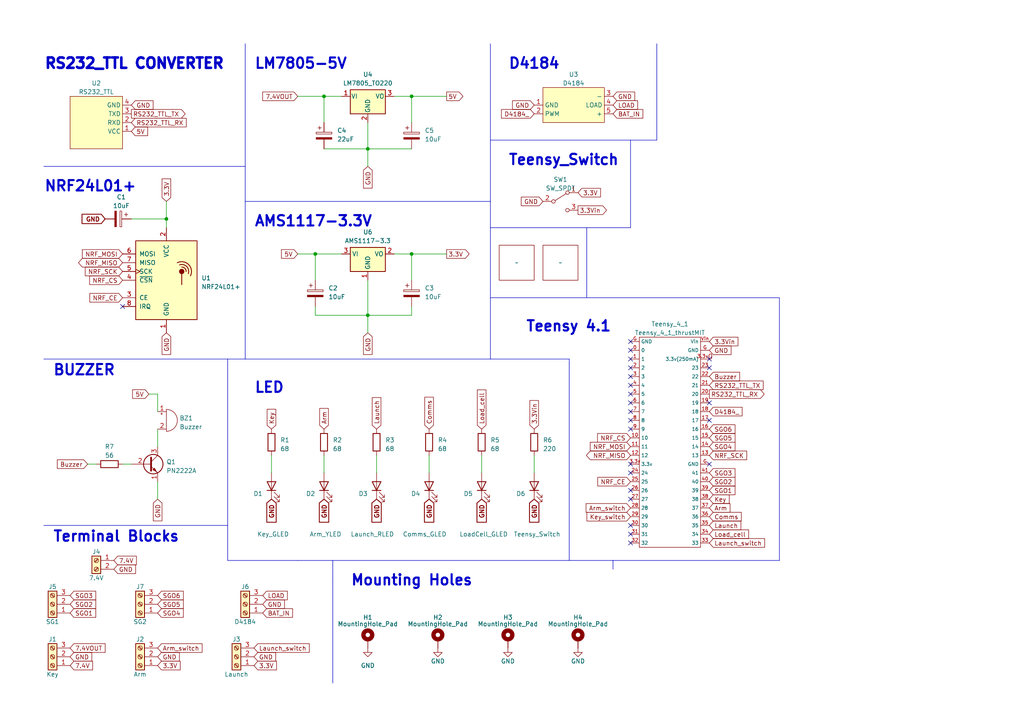
<source format=kicad_sch>
(kicad_sch (version 20230121) (generator eeschema)

  (uuid efb029a6-1d15-4a2e-b89e-1e5fc8eb2018)

  (paper "A4")

  (lib_symbols
    (symbol "Connector:Screw_Terminal_01x02" (pin_names (offset 1.016) hide) (in_bom yes) (on_board yes)
      (property "Reference" "J" (at 0 2.54 0)
        (effects (font (size 1.27 1.27)))
      )
      (property "Value" "Screw_Terminal_01x02" (at 0 -5.08 0)
        (effects (font (size 1.27 1.27)))
      )
      (property "Footprint" "" (at 0 0 0)
        (effects (font (size 1.27 1.27)) hide)
      )
      (property "Datasheet" "~" (at 0 0 0)
        (effects (font (size 1.27 1.27)) hide)
      )
      (property "ki_keywords" "screw terminal" (at 0 0 0)
        (effects (font (size 1.27 1.27)) hide)
      )
      (property "ki_description" "Generic screw terminal, single row, 01x02, script generated (kicad-library-utils/schlib/autogen/connector/)" (at 0 0 0)
        (effects (font (size 1.27 1.27)) hide)
      )
      (property "ki_fp_filters" "TerminalBlock*:*" (at 0 0 0)
        (effects (font (size 1.27 1.27)) hide)
      )
      (symbol "Screw_Terminal_01x02_1_1"
        (rectangle (start -1.27 1.27) (end 1.27 -3.81)
          (stroke (width 0.254) (type default))
          (fill (type background))
        )
        (circle (center 0 -2.54) (radius 0.635)
          (stroke (width 0.1524) (type default))
          (fill (type none))
        )
        (polyline
          (pts
            (xy -0.5334 -2.2098)
            (xy 0.3302 -3.048)
          )
          (stroke (width 0.1524) (type default))
          (fill (type none))
        )
        (polyline
          (pts
            (xy -0.5334 0.3302)
            (xy 0.3302 -0.508)
          )
          (stroke (width 0.1524) (type default))
          (fill (type none))
        )
        (polyline
          (pts
            (xy -0.3556 -2.032)
            (xy 0.508 -2.8702)
          )
          (stroke (width 0.1524) (type default))
          (fill (type none))
        )
        (polyline
          (pts
            (xy -0.3556 0.508)
            (xy 0.508 -0.3302)
          )
          (stroke (width 0.1524) (type default))
          (fill (type none))
        )
        (circle (center 0 0) (radius 0.635)
          (stroke (width 0.1524) (type default))
          (fill (type none))
        )
        (pin passive line (at -5.08 0 0) (length 3.81)
          (name "Pin_1" (effects (font (size 1.27 1.27))))
          (number "1" (effects (font (size 1.27 1.27))))
        )
        (pin passive line (at -5.08 -2.54 0) (length 3.81)
          (name "Pin_2" (effects (font (size 1.27 1.27))))
          (number "2" (effects (font (size 1.27 1.27))))
        )
      )
    )
    (symbol "Connector:Screw_Terminal_01x03" (pin_names (offset 1.016) hide) (in_bom yes) (on_board yes)
      (property "Reference" "J" (at 0 5.08 0)
        (effects (font (size 1.27 1.27)))
      )
      (property "Value" "Screw_Terminal_01x03" (at 0 -5.08 0)
        (effects (font (size 1.27 1.27)))
      )
      (property "Footprint" "" (at 0 0 0)
        (effects (font (size 1.27 1.27)) hide)
      )
      (property "Datasheet" "~" (at 0 0 0)
        (effects (font (size 1.27 1.27)) hide)
      )
      (property "ki_keywords" "screw terminal" (at 0 0 0)
        (effects (font (size 1.27 1.27)) hide)
      )
      (property "ki_description" "Generic screw terminal, single row, 01x03, script generated (kicad-library-utils/schlib/autogen/connector/)" (at 0 0 0)
        (effects (font (size 1.27 1.27)) hide)
      )
      (property "ki_fp_filters" "TerminalBlock*:*" (at 0 0 0)
        (effects (font (size 1.27 1.27)) hide)
      )
      (symbol "Screw_Terminal_01x03_1_1"
        (rectangle (start -1.27 3.81) (end 1.27 -3.81)
          (stroke (width 0.254) (type default))
          (fill (type background))
        )
        (circle (center 0 -2.54) (radius 0.635)
          (stroke (width 0.1524) (type default))
          (fill (type none))
        )
        (polyline
          (pts
            (xy -0.5334 -2.2098)
            (xy 0.3302 -3.048)
          )
          (stroke (width 0.1524) (type default))
          (fill (type none))
        )
        (polyline
          (pts
            (xy -0.5334 0.3302)
            (xy 0.3302 -0.508)
          )
          (stroke (width 0.1524) (type default))
          (fill (type none))
        )
        (polyline
          (pts
            (xy -0.5334 2.8702)
            (xy 0.3302 2.032)
          )
          (stroke (width 0.1524) (type default))
          (fill (type none))
        )
        (polyline
          (pts
            (xy -0.3556 -2.032)
            (xy 0.508 -2.8702)
          )
          (stroke (width 0.1524) (type default))
          (fill (type none))
        )
        (polyline
          (pts
            (xy -0.3556 0.508)
            (xy 0.508 -0.3302)
          )
          (stroke (width 0.1524) (type default))
          (fill (type none))
        )
        (polyline
          (pts
            (xy -0.3556 3.048)
            (xy 0.508 2.2098)
          )
          (stroke (width 0.1524) (type default))
          (fill (type none))
        )
        (circle (center 0 0) (radius 0.635)
          (stroke (width 0.1524) (type default))
          (fill (type none))
        )
        (circle (center 0 2.54) (radius 0.635)
          (stroke (width 0.1524) (type default))
          (fill (type none))
        )
        (pin passive line (at -5.08 2.54 0) (length 3.81)
          (name "Pin_1" (effects (font (size 1.27 1.27))))
          (number "1" (effects (font (size 1.27 1.27))))
        )
        (pin passive line (at -5.08 0 0) (length 3.81)
          (name "Pin_2" (effects (font (size 1.27 1.27))))
          (number "2" (effects (font (size 1.27 1.27))))
        )
        (pin passive line (at -5.08 -2.54 0) (length 3.81)
          (name "Pin_3" (effects (font (size 1.27 1.27))))
          (number "3" (effects (font (size 1.27 1.27))))
        )
      )
    )
    (symbol "Device:Buzzer" (pin_names (offset 0.0254) hide) (in_bom yes) (on_board yes)
      (property "Reference" "BZ" (at 3.81 1.27 0)
        (effects (font (size 1.27 1.27)) (justify left))
      )
      (property "Value" "Buzzer" (at 3.81 -1.27 0)
        (effects (font (size 1.27 1.27)) (justify left))
      )
      (property "Footprint" "" (at -0.635 2.54 90)
        (effects (font (size 1.27 1.27)) hide)
      )
      (property "Datasheet" "~" (at -0.635 2.54 90)
        (effects (font (size 1.27 1.27)) hide)
      )
      (property "ki_keywords" "quartz resonator ceramic" (at 0 0 0)
        (effects (font (size 1.27 1.27)) hide)
      )
      (property "ki_description" "Buzzer, polarized" (at 0 0 0)
        (effects (font (size 1.27 1.27)) hide)
      )
      (property "ki_fp_filters" "*Buzzer*" (at 0 0 0)
        (effects (font (size 1.27 1.27)) hide)
      )
      (symbol "Buzzer_0_1"
        (arc (start 0 -3.175) (mid 3.1612 0) (end 0 3.175)
          (stroke (width 0) (type default))
          (fill (type none))
        )
        (polyline
          (pts
            (xy -1.651 1.905)
            (xy -1.143 1.905)
          )
          (stroke (width 0) (type default))
          (fill (type none))
        )
        (polyline
          (pts
            (xy -1.397 2.159)
            (xy -1.397 1.651)
          )
          (stroke (width 0) (type default))
          (fill (type none))
        )
        (polyline
          (pts
            (xy 0 3.175)
            (xy 0 -3.175)
          )
          (stroke (width 0) (type default))
          (fill (type none))
        )
      )
      (symbol "Buzzer_1_1"
        (pin passive line (at -2.54 2.54 0) (length 2.54)
          (name "-" (effects (font (size 1.27 1.27))))
          (number "1" (effects (font (size 1.27 1.27))))
        )
        (pin passive line (at -2.54 -2.54 0) (length 2.54)
          (name "+" (effects (font (size 1.27 1.27))))
          (number "2" (effects (font (size 1.27 1.27))))
        )
      )
    )
    (symbol "Device:C_Polarized" (pin_numbers hide) (pin_names (offset 0.254)) (in_bom yes) (on_board yes)
      (property "Reference" "C" (at 0.635 2.54 0)
        (effects (font (size 1.27 1.27)) (justify left))
      )
      (property "Value" "C_Polarized" (at 0.635 -2.54 0)
        (effects (font (size 1.27 1.27)) (justify left))
      )
      (property "Footprint" "" (at 0.9652 -3.81 0)
        (effects (font (size 1.27 1.27)) hide)
      )
      (property "Datasheet" "~" (at 0 0 0)
        (effects (font (size 1.27 1.27)) hide)
      )
      (property "ki_keywords" "cap capacitor" (at 0 0 0)
        (effects (font (size 1.27 1.27)) hide)
      )
      (property "ki_description" "Polarized capacitor" (at 0 0 0)
        (effects (font (size 1.27 1.27)) hide)
      )
      (property "ki_fp_filters" "CP_*" (at 0 0 0)
        (effects (font (size 1.27 1.27)) hide)
      )
      (symbol "C_Polarized_0_1"
        (rectangle (start -2.286 0.508) (end 2.286 1.016)
          (stroke (width 0) (type default))
          (fill (type none))
        )
        (polyline
          (pts
            (xy -1.778 2.286)
            (xy -0.762 2.286)
          )
          (stroke (width 0) (type default))
          (fill (type none))
        )
        (polyline
          (pts
            (xy -1.27 2.794)
            (xy -1.27 1.778)
          )
          (stroke (width 0) (type default))
          (fill (type none))
        )
        (rectangle (start 2.286 -0.508) (end -2.286 -1.016)
          (stroke (width 0) (type default))
          (fill (type outline))
        )
      )
      (symbol "C_Polarized_1_1"
        (pin passive line (at 0 3.81 270) (length 2.794)
          (name "~" (effects (font (size 1.27 1.27))))
          (number "1" (effects (font (size 1.27 1.27))))
        )
        (pin passive line (at 0 -3.81 90) (length 2.794)
          (name "~" (effects (font (size 1.27 1.27))))
          (number "2" (effects (font (size 1.27 1.27))))
        )
      )
    )
    (symbol "Device:LED" (pin_numbers hide) (pin_names (offset 1.016) hide) (in_bom yes) (on_board yes)
      (property "Reference" "D" (at 0 2.54 0)
        (effects (font (size 1.27 1.27)))
      )
      (property "Value" "LED" (at 0 -2.54 0)
        (effects (font (size 1.27 1.27)))
      )
      (property "Footprint" "" (at 0 0 0)
        (effects (font (size 1.27 1.27)) hide)
      )
      (property "Datasheet" "~" (at 0 0 0)
        (effects (font (size 1.27 1.27)) hide)
      )
      (property "ki_keywords" "LED diode" (at 0 0 0)
        (effects (font (size 1.27 1.27)) hide)
      )
      (property "ki_description" "Light emitting diode" (at 0 0 0)
        (effects (font (size 1.27 1.27)) hide)
      )
      (property "ki_fp_filters" "LED* LED_SMD:* LED_THT:*" (at 0 0 0)
        (effects (font (size 1.27 1.27)) hide)
      )
      (symbol "LED_0_1"
        (polyline
          (pts
            (xy -1.27 -1.27)
            (xy -1.27 1.27)
          )
          (stroke (width 0.254) (type default))
          (fill (type none))
        )
        (polyline
          (pts
            (xy -1.27 0)
            (xy 1.27 0)
          )
          (stroke (width 0) (type default))
          (fill (type none))
        )
        (polyline
          (pts
            (xy 1.27 -1.27)
            (xy 1.27 1.27)
            (xy -1.27 0)
            (xy 1.27 -1.27)
          )
          (stroke (width 0.254) (type default))
          (fill (type none))
        )
        (polyline
          (pts
            (xy -3.048 -0.762)
            (xy -4.572 -2.286)
            (xy -3.81 -2.286)
            (xy -4.572 -2.286)
            (xy -4.572 -1.524)
          )
          (stroke (width 0) (type default))
          (fill (type none))
        )
        (polyline
          (pts
            (xy -1.778 -0.762)
            (xy -3.302 -2.286)
            (xy -2.54 -2.286)
            (xy -3.302 -2.286)
            (xy -3.302 -1.524)
          )
          (stroke (width 0) (type default))
          (fill (type none))
        )
      )
      (symbol "LED_1_1"
        (pin passive line (at -3.81 0 0) (length 2.54)
          (name "K" (effects (font (size 1.27 1.27))))
          (number "1" (effects (font (size 1.27 1.27))))
        )
        (pin passive line (at 3.81 0 180) (length 2.54)
          (name "A" (effects (font (size 1.27 1.27))))
          (number "2" (effects (font (size 1.27 1.27))))
        )
      )
    )
    (symbol "Device:R" (pin_numbers hide) (pin_names (offset 0)) (in_bom yes) (on_board yes)
      (property "Reference" "R" (at 2.032 0 90)
        (effects (font (size 1.27 1.27)))
      )
      (property "Value" "R" (at 0 0 90)
        (effects (font (size 1.27 1.27)))
      )
      (property "Footprint" "" (at -1.778 0 90)
        (effects (font (size 1.27 1.27)) hide)
      )
      (property "Datasheet" "~" (at 0 0 0)
        (effects (font (size 1.27 1.27)) hide)
      )
      (property "ki_keywords" "R res resistor" (at 0 0 0)
        (effects (font (size 1.27 1.27)) hide)
      )
      (property "ki_description" "Resistor" (at 0 0 0)
        (effects (font (size 1.27 1.27)) hide)
      )
      (property "ki_fp_filters" "R_*" (at 0 0 0)
        (effects (font (size 1.27 1.27)) hide)
      )
      (symbol "R_0_1"
        (rectangle (start -1.016 -2.54) (end 1.016 2.54)
          (stroke (width 0.254) (type default))
          (fill (type none))
        )
      )
      (symbol "R_1_1"
        (pin passive line (at 0 3.81 270) (length 1.27)
          (name "~" (effects (font (size 1.27 1.27))))
          (number "1" (effects (font (size 1.27 1.27))))
        )
        (pin passive line (at 0 -3.81 90) (length 1.27)
          (name "~" (effects (font (size 1.27 1.27))))
          (number "2" (effects (font (size 1.27 1.27))))
        )
      )
    )
    (symbol "Mechanical:MountingHole_Pad" (pin_numbers hide) (pin_names (offset 1.016) hide) (in_bom yes) (on_board yes)
      (property "Reference" "H" (at 0 6.35 0)
        (effects (font (size 1.27 1.27)))
      )
      (property "Value" "MountingHole_Pad" (at 0 4.445 0)
        (effects (font (size 1.27 1.27)))
      )
      (property "Footprint" "" (at 0 0 0)
        (effects (font (size 1.27 1.27)) hide)
      )
      (property "Datasheet" "~" (at 0 0 0)
        (effects (font (size 1.27 1.27)) hide)
      )
      (property "ki_keywords" "mounting hole" (at 0 0 0)
        (effects (font (size 1.27 1.27)) hide)
      )
      (property "ki_description" "Mounting Hole with connection" (at 0 0 0)
        (effects (font (size 1.27 1.27)) hide)
      )
      (property "ki_fp_filters" "MountingHole*Pad*" (at 0 0 0)
        (effects (font (size 1.27 1.27)) hide)
      )
      (symbol "MountingHole_Pad_0_1"
        (circle (center 0 1.27) (radius 1.27)
          (stroke (width 1.27) (type default))
          (fill (type none))
        )
      )
      (symbol "MountingHole_Pad_1_1"
        (pin input line (at 0 -2.54 90) (length 2.54)
          (name "1" (effects (font (size 1.27 1.27))))
          (number "1" (effects (font (size 1.27 1.27))))
        )
      )
    )
    (symbol "New_Library_0:logo1" (in_bom yes) (on_board yes)
      (property "Reference" "U" (at 0 0 0)
        (effects (font (size 1.27 1.27)))
      )
      (property "Value" "" (at 0 0 0)
        (effects (font (size 1.27 1.27)))
      )
      (property "Footprint" "new228:tmitlog1" (at 0 7.62 0)
        (effects (font (size 1.27 1.27)) hide)
      )
      (property "Datasheet" "" (at 0 0 0)
        (effects (font (size 1.27 1.27)) hide)
      )
      (symbol "logo1_0_1"
        (rectangle (start 0 0) (end 0 0)
          (stroke (width 0) (type default))
          (fill (type none))
        )
        (rectangle (start 0 0) (end 0 0)
          (stroke (width 0) (type default))
          (fill (type none))
        )
        (rectangle (start 0 0) (end 0 0)
          (stroke (width 0) (type default))
          (fill (type none))
        )
      )
      (symbol "logo1_1_1"
        (rectangle (start -5.08 5.08) (end 5.08 -5.08)
          (stroke (width 0) (type default))
          (fill (type none))
        )
      )
    )
    (symbol "New_Library_1:D4184" (in_bom yes) (on_board yes)
      (property "Reference" "U" (at 5.08 2.54 0)
        (effects (font (size 1.27 1.27)))
      )
      (property "Value" "D4184" (at 0 7.62 0)
        (effects (font (size 1.27 1.27)))
      )
      (property "Footprint" "new228:D4184" (at 7.62 -7.62 0)
        (effects (font (size 1.27 1.27)) hide)
      )
      (property "Datasheet" "" (at 0 0 0)
        (effects (font (size 1.27 1.27)) hide)
      )
      (symbol "D4184_1_1"
        (rectangle (start -2.54 5.08) (end 15.24 -5.08)
          (stroke (width 0) (type default))
          (fill (type background))
        )
        (pin power_in line (at -5.08 0 0) (length 2.54)
          (name "GND" (effects (font (size 1.27 1.27))))
          (number "1" (effects (font (size 1.27 1.27))))
        )
        (pin input line (at -5.08 -2.54 0) (length 2.54)
          (name "PWM" (effects (font (size 1.27 1.27))))
          (number "2" (effects (font (size 1.27 1.27))))
        )
        (pin output line (at 17.78 2.54 180) (length 2.54)
          (name "-" (effects (font (size 1.27 1.27))))
          (number "3" (effects (font (size 1.27 1.27))))
        )
        (pin output line (at 17.78 0 180) (length 2.54)
          (name "LOAD" (effects (font (size 1.27 1.27))))
          (number "4" (effects (font (size 1.27 1.27))))
        )
        (pin output line (at 17.78 -2.54 180) (length 2.54)
          (name "+" (effects (font (size 1.27 1.27))))
          (number "5" (effects (font (size 1.27 1.27))))
        )
      )
    )
    (symbol "New_Library_1:RS232_TTL" (in_bom yes) (on_board yes)
      (property "Reference" "U" (at 5.08 0 0)
        (effects (font (size 1.27 1.27)))
      )
      (property "Value" "RS232_TTL" (at 0 5.08 0)
        (effects (font (size 1.27 1.27)))
      )
      (property "Footprint" "NEW_LIB0:RS232_TTL" (at 5.08 -15.24 0)
        (effects (font (size 1.27 1.27)) hide)
      )
      (property "Datasheet" "" (at 0 0 0)
        (effects (font (size 1.27 1.27)) hide)
      )
      (symbol "RS232_TTL_1_1"
        (rectangle (start -2.54 2.54) (end 12.7 -12.7)
          (stroke (width 0) (type default))
          (fill (type background))
        )
        (pin power_in line (at 15.24 -7.62 180) (length 2.54)
          (name "VCC" (effects (font (size 1.27 1.27))))
          (number "1" (effects (font (size 1.27 1.27))))
        )
        (pin bidirectional line (at 15.24 -5.08 180) (length 2.54)
          (name "RXD" (effects (font (size 1.27 1.27))))
          (number "2" (effects (font (size 1.27 1.27))))
        )
        (pin bidirectional line (at 15.24 -2.54 180) (length 2.54)
          (name "TXD" (effects (font (size 1.27 1.27))))
          (number "3" (effects (font (size 1.27 1.27))))
        )
        (pin power_in line (at 15.24 0 180) (length 2.54)
          (name "GND" (effects (font (size 1.27 1.27))))
          (number "4" (effects (font (size 1.27 1.27))))
        )
      )
    )
    (symbol "Regulator_Linear:AMS1117-3.3" (in_bom yes) (on_board yes)
      (property "Reference" "U" (at -3.81 3.175 0)
        (effects (font (size 1.27 1.27)))
      )
      (property "Value" "AMS1117-3.3" (at 0 3.175 0)
        (effects (font (size 1.27 1.27)) (justify left))
      )
      (property "Footprint" "Package_TO_SOT_SMD:SOT-223-3_TabPin2" (at 0 5.08 0)
        (effects (font (size 1.27 1.27)) hide)
      )
      (property "Datasheet" "http://www.advanced-monolithic.com/pdf/ds1117.pdf" (at 2.54 -6.35 0)
        (effects (font (size 1.27 1.27)) hide)
      )
      (property "ki_keywords" "linear regulator ldo fixed positive" (at 0 0 0)
        (effects (font (size 1.27 1.27)) hide)
      )
      (property "ki_description" "1A Low Dropout regulator, positive, 3.3V fixed output, SOT-223" (at 0 0 0)
        (effects (font (size 1.27 1.27)) hide)
      )
      (property "ki_fp_filters" "SOT?223*TabPin2*" (at 0 0 0)
        (effects (font (size 1.27 1.27)) hide)
      )
      (symbol "AMS1117-3.3_0_1"
        (rectangle (start -5.08 -5.08) (end 5.08 1.905)
          (stroke (width 0.254) (type default))
          (fill (type background))
        )
      )
      (symbol "AMS1117-3.3_1_1"
        (pin power_in line (at 0 -7.62 90) (length 2.54)
          (name "GND" (effects (font (size 1.27 1.27))))
          (number "1" (effects (font (size 1.27 1.27))))
        )
        (pin power_out line (at 7.62 0 180) (length 2.54)
          (name "VO" (effects (font (size 1.27 1.27))))
          (number "2" (effects (font (size 1.27 1.27))))
        )
        (pin power_in line (at -7.62 0 0) (length 2.54)
          (name "VI" (effects (font (size 1.27 1.27))))
          (number "3" (effects (font (size 1.27 1.27))))
        )
      )
    )
    (symbol "Regulator_Linear:LM7805_TO220" (pin_names (offset 0.254)) (in_bom yes) (on_board yes)
      (property "Reference" "U" (at -3.81 3.175 0)
        (effects (font (size 1.27 1.27)))
      )
      (property "Value" "LM7805_TO220" (at 0 3.175 0)
        (effects (font (size 1.27 1.27)) (justify left))
      )
      (property "Footprint" "Package_TO_SOT_THT:TO-220-3_Vertical" (at 0 5.715 0)
        (effects (font (size 1.27 1.27) italic) hide)
      )
      (property "Datasheet" "https://www.onsemi.cn/PowerSolutions/document/MC7800-D.PDF" (at 0 -1.27 0)
        (effects (font (size 1.27 1.27)) hide)
      )
      (property "ki_keywords" "Voltage Regulator 1A Positive" (at 0 0 0)
        (effects (font (size 1.27 1.27)) hide)
      )
      (property "ki_description" "Positive 1A 35V Linear Regulator, Fixed Output 5V, TO-220" (at 0 0 0)
        (effects (font (size 1.27 1.27)) hide)
      )
      (property "ki_fp_filters" "TO?220*" (at 0 0 0)
        (effects (font (size 1.27 1.27)) hide)
      )
      (symbol "LM7805_TO220_0_1"
        (rectangle (start -5.08 1.905) (end 5.08 -5.08)
          (stroke (width 0.254) (type default))
          (fill (type background))
        )
      )
      (symbol "LM7805_TO220_1_1"
        (pin power_in line (at -7.62 0 0) (length 2.54)
          (name "VI" (effects (font (size 1.27 1.27))))
          (number "1" (effects (font (size 1.27 1.27))))
        )
        (pin power_in line (at 0 -7.62 90) (length 2.54)
          (name "GND" (effects (font (size 1.27 1.27))))
          (number "2" (effects (font (size 1.27 1.27))))
        )
        (pin power_out line (at 7.62 0 180) (length 2.54)
          (name "VO" (effects (font (size 1.27 1.27))))
          (number "3" (effects (font (size 1.27 1.27))))
        )
      )
    )
    (symbol "Switch:SW_SPDT" (pin_names (offset 0) hide) (in_bom yes) (on_board yes)
      (property "Reference" "SW" (at 0 4.318 0)
        (effects (font (size 1.27 1.27)))
      )
      (property "Value" "SW_SPDT" (at 0 -5.08 0)
        (effects (font (size 1.27 1.27)))
      )
      (property "Footprint" "" (at 0 0 0)
        (effects (font (size 1.27 1.27)) hide)
      )
      (property "Datasheet" "~" (at 0 0 0)
        (effects (font (size 1.27 1.27)) hide)
      )
      (property "ki_keywords" "switch single-pole double-throw spdt ON-ON" (at 0 0 0)
        (effects (font (size 1.27 1.27)) hide)
      )
      (property "ki_description" "Switch, single pole double throw" (at 0 0 0)
        (effects (font (size 1.27 1.27)) hide)
      )
      (symbol "SW_SPDT_0_0"
        (circle (center -2.032 0) (radius 0.508)
          (stroke (width 0) (type default))
          (fill (type none))
        )
        (circle (center 2.032 -2.54) (radius 0.508)
          (stroke (width 0) (type default))
          (fill (type none))
        )
      )
      (symbol "SW_SPDT_0_1"
        (polyline
          (pts
            (xy -1.524 0.254)
            (xy 1.651 2.286)
          )
          (stroke (width 0) (type default))
          (fill (type none))
        )
        (circle (center 2.032 2.54) (radius 0.508)
          (stroke (width 0) (type default))
          (fill (type none))
        )
      )
      (symbol "SW_SPDT_1_1"
        (pin passive line (at 5.08 2.54 180) (length 2.54)
          (name "A" (effects (font (size 1.27 1.27))))
          (number "1" (effects (font (size 1.27 1.27))))
        )
        (pin passive line (at -5.08 0 0) (length 2.54)
          (name "B" (effects (font (size 1.27 1.27))))
          (number "2" (effects (font (size 1.27 1.27))))
        )
        (pin passive line (at 5.08 -2.54 180) (length 2.54)
          (name "C" (effects (font (size 1.27 1.27))))
          (number "3" (effects (font (size 1.27 1.27))))
        )
      )
    )
    (symbol "Teensy_4_1_thrustMIT:Teensy_4_1_thrustMIT" (in_bom yes) (on_board yes)
      (property "Reference" "Teensy_4_1" (at 0 -27.94 0)
        (effects (font (size 1.27 1.27)))
      )
      (property "Value" "Teensy_4_1_thrustMIT" (at 0 2.54 0)
        (effects (font (size 1.27 1.27)))
      )
      (property "Footprint" "" (at 0 2.54 0)
        (effects (font (size 1.27 1.27)) hide)
      )
      (property "Datasheet" "" (at 0 2.54 0)
        (effects (font (size 1.27 1.27)) hide)
      )
      (symbol "Teensy_4_1_thrustMIT_0_1"
        (rectangle (start -8.89 0) (end 8.89 -60.96)
          (stroke (width 0) (type default))
          (fill (type none))
        )
      )
      (symbol "Teensy_4_1_thrustMIT_1_1"
        (pin bidirectional line (at -11.43 -3.81 0) (length 2.54)
          (name "0" (effects (font (size 1 1))))
          (number "0" (effects (font (size 1 1))))
        )
        (pin bidirectional line (at -11.43 -6.35 0) (length 2.54)
          (name "1" (effects (font (size 1 1))))
          (number "1" (effects (font (size 1 1))))
        )
        (pin bidirectional line (at -11.43 -29.21 0) (length 2.54)
          (name "10" (effects (font (size 1 1))))
          (number "10" (effects (font (size 1 1))))
        )
        (pin bidirectional line (at -11.43 -31.75 0) (length 2.54)
          (name "11" (effects (font (size 1 1))))
          (number "11" (effects (font (size 1 1))))
        )
        (pin bidirectional line (at -11.43 -34.29 0) (length 2.54)
          (name "12" (effects (font (size 1 1))))
          (number "12" (effects (font (size 1 1))))
        )
        (pin bidirectional line (at 11.43 -34.29 180) (length 2.54)
          (name "13" (effects (font (size 1 1))))
          (number "13" (effects (font (size 1 1))))
        )
        (pin bidirectional line (at 11.43 -31.75 180) (length 2.54)
          (name "14" (effects (font (size 1 1))))
          (number "14" (effects (font (size 1 1))))
        )
        (pin bidirectional line (at 11.43 -29.21 180) (length 2.54)
          (name "15" (effects (font (size 1 1))))
          (number "15" (effects (font (size 1 1))))
        )
        (pin bidirectional line (at 11.43 -26.67 180) (length 2.54)
          (name "16" (effects (font (size 1 1))))
          (number "16" (effects (font (size 1 1))))
        )
        (pin unspecified line (at 11.43 -24.13 180) (length 2.54)
          (name "17" (effects (font (size 1 1))))
          (number "17" (effects (font (size 1 1))))
        )
        (pin bidirectional line (at 11.43 -21.59 180) (length 2.54)
          (name "18" (effects (font (size 1 1))))
          (number "18" (effects (font (size 1 1))))
        )
        (pin bidirectional line (at 11.43 -19.05 180) (length 2.54)
          (name "19" (effects (font (size 1 1))))
          (number "19" (effects (font (size 1 1))))
        )
        (pin bidirectional line (at -11.43 -8.89 0) (length 2.54)
          (name "2" (effects (font (size 1 1))))
          (number "2" (effects (font (size 1 1))))
        )
        (pin bidirectional line (at 11.43 -16.51 180) (length 2.54)
          (name "20" (effects (font (size 1 1))))
          (number "20" (effects (font (size 1 1))))
        )
        (pin bidirectional line (at 11.43 -13.97 180) (length 2.54)
          (name "21" (effects (font (size 1 1))))
          (number "21" (effects (font (size 1 1))))
        )
        (pin bidirectional line (at 11.43 -11.43 180) (length 2.54)
          (name "22" (effects (font (size 1 1))))
          (number "22" (effects (font (size 1 1))))
        )
        (pin bidirectional line (at 11.43 -8.89 180) (length 2.54)
          (name "23" (effects (font (size 1 1))))
          (number "23" (effects (font (size 1 1))))
        )
        (pin bidirectional line (at -11.43 -39.37 0) (length 2.54)
          (name "24" (effects (font (size 1 1))))
          (number "24" (effects (font (size 1 1))))
        )
        (pin bidirectional line (at -11.43 -41.91 0) (length 2.54)
          (name "25" (effects (font (size 1 1))))
          (number "25" (effects (font (size 1 1))))
        )
        (pin bidirectional line (at -11.43 -44.45 0) (length 2.54)
          (name "26" (effects (font (size 1 1))))
          (number "26" (effects (font (size 1 1))))
        )
        (pin bidirectional line (at -11.43 -46.99 0) (length 2.54)
          (name "27" (effects (font (size 1 1))))
          (number "27" (effects (font (size 1 1))))
        )
        (pin bidirectional line (at -11.43 -49.53 0) (length 2.54)
          (name "28" (effects (font (size 1 1))))
          (number "28" (effects (font (size 1 1))))
        )
        (pin bidirectional line (at -11.43 -52.07 0) (length 2.54)
          (name "29" (effects (font (size 1 1))))
          (number "29" (effects (font (size 1 1))))
        )
        (pin bidirectional line (at -11.43 -11.43 0) (length 2.54)
          (name "3" (effects (font (size 1 1))))
          (number "3" (effects (font (size 1 1))))
        )
        (pin unspecified line (at -11.43 -36.83 0) (length 2.54)
          (name "3.3v" (effects (font (size 1 1))))
          (number "3.3v" (effects (font (size 1 1))))
        )
        (pin unspecified line (at 11.43 -6.35 180) (length 2.54)
          (name "3.3v(250mA)" (effects (font (size 1 1))))
          (number "3.3v()" (effects (font (size 1 1))))
        )
        (pin bidirectional line (at -11.43 -54.61 0) (length 2.54)
          (name "30" (effects (font (size 1 1))))
          (number "30" (effects (font (size 1 1))))
        )
        (pin bidirectional line (at -11.43 -57.15 0) (length 2.54)
          (name "31" (effects (font (size 1 1))))
          (number "31" (effects (font (size 1 1))))
        )
        (pin bidirectional line (at -11.43 -59.69 0) (length 2.54)
          (name "32" (effects (font (size 1 1))))
          (number "32" (effects (font (size 1 1))))
        )
        (pin bidirectional line (at 11.43 -59.69 180) (length 2.54)
          (name "33" (effects (font (size 1 1))))
          (number "33" (effects (font (size 1 1))))
        )
        (pin bidirectional line (at 11.43 -57.15 180) (length 2.54)
          (name "34" (effects (font (size 1 1))))
          (number "34" (effects (font (size 1 1))))
        )
        (pin bidirectional line (at 11.43 -54.61 180) (length 2.54)
          (name "35" (effects (font (size 1 1))))
          (number "35" (effects (font (size 1 1))))
        )
        (pin bidirectional line (at 11.43 -52.07 180) (length 2.54)
          (name "36" (effects (font (size 1 1))))
          (number "36" (effects (font (size 1 1))))
        )
        (pin bidirectional line (at 11.43 -49.53 180) (length 2.54)
          (name "37" (effects (font (size 1 1))))
          (number "37" (effects (font (size 1 1))))
        )
        (pin bidirectional line (at 11.43 -46.99 180) (length 2.54)
          (name "38" (effects (font (size 1 1))))
          (number "38" (effects (font (size 1 1))))
        )
        (pin bidirectional line (at 11.43 -44.45 180) (length 2.54)
          (name "39" (effects (font (size 1 1))))
          (number "39" (effects (font (size 1 1))))
        )
        (pin bidirectional line (at -11.43 -13.97 0) (length 2.54)
          (name "4" (effects (font (size 1 1))))
          (number "4" (effects (font (size 1 1))))
        )
        (pin bidirectional line (at 11.43 -41.91 180) (length 2.54)
          (name "40" (effects (font (size 1 1))))
          (number "40" (effects (font (size 1 1))))
        )
        (pin bidirectional line (at 11.43 -39.37 180) (length 2.54)
          (name "41" (effects (font (size 1 1))))
          (number "41" (effects (font (size 1 1))))
        )
        (pin bidirectional line (at -11.43 -16.51 0) (length 2.54)
          (name "5" (effects (font (size 1 1))))
          (number "5" (effects (font (size 1 1))))
        )
        (pin bidirectional line (at -11.43 -19.05 0) (length 2.54)
          (name "6" (effects (font (size 1 1))))
          (number "6" (effects (font (size 1 1))))
        )
        (pin bidirectional line (at -11.43 -21.59 0) (length 2.54)
          (name "7" (effects (font (size 1 1))))
          (number "7" (effects (font (size 1 1))))
        )
        (pin bidirectional line (at -11.43 -24.13 0) (length 2.54)
          (name "8" (effects (font (size 1 1))))
          (number "8" (effects (font (size 1 1))))
        )
        (pin bidirectional line (at -11.43 -26.67 0) (length 2.54)
          (name "9" (effects (font (size 1 1))))
          (number "9" (effects (font (size 1 1))))
        )
        (pin unspecified line (at -11.43 -1.27 0) (length 2.54)
          (name "GND" (effects (font (size 1 1))))
          (number "G" (effects (font (size 1 1))))
        )
        (pin unspecified line (at 11.43 -36.83 180) (length 2.54)
          (name "GND" (effects (font (size 1 1))))
          (number "G" (effects (font (size 1 1))))
        )
        (pin unspecified line (at 11.43 -3.81 180) (length 2.54)
          (name "GND" (effects (font (size 1 1))))
          (number "G" (effects (font (size 1 1))))
        )
        (pin unspecified line (at 11.43 -1.27 180) (length 2.54)
          (name "Vin" (effects (font (size 1 1))))
          (number "Vin" (effects (font (size 1 1))))
        )
      )
    )
    (symbol "Transistor_BJT:PN2222A" (pin_names (offset 0) hide) (in_bom yes) (on_board yes)
      (property "Reference" "Q" (at 5.08 1.905 0)
        (effects (font (size 1.27 1.27)) (justify left))
      )
      (property "Value" "PN2222A" (at 5.08 0 0)
        (effects (font (size 1.27 1.27)) (justify left))
      )
      (property "Footprint" "Package_TO_SOT_THT:TO-92_Inline" (at 5.08 -1.905 0)
        (effects (font (size 1.27 1.27) italic) (justify left) hide)
      )
      (property "Datasheet" "https://www.onsemi.com/pub/Collateral/PN2222-D.PDF" (at 0 0 0)
        (effects (font (size 1.27 1.27)) (justify left) hide)
      )
      (property "ki_keywords" "NPN Transistor" (at 0 0 0)
        (effects (font (size 1.27 1.27)) hide)
      )
      (property "ki_description" "1A Ic, 40V Vce, NPN Transistor, General Purpose Transistor, TO-92" (at 0 0 0)
        (effects (font (size 1.27 1.27)) hide)
      )
      (property "ki_fp_filters" "TO?92*" (at 0 0 0)
        (effects (font (size 1.27 1.27)) hide)
      )
      (symbol "PN2222A_0_1"
        (polyline
          (pts
            (xy 0 0)
            (xy 0.635 0)
          )
          (stroke (width 0) (type default))
          (fill (type none))
        )
        (polyline
          (pts
            (xy 2.54 -2.54)
            (xy 0.635 -0.635)
          )
          (stroke (width 0) (type default))
          (fill (type none))
        )
        (polyline
          (pts
            (xy 2.54 2.54)
            (xy 0.635 0.635)
          )
          (stroke (width 0) (type default))
          (fill (type none))
        )
        (polyline
          (pts
            (xy 0.635 1.905)
            (xy 0.635 -1.905)
            (xy 0.635 -1.905)
          )
          (stroke (width 0.508) (type default))
          (fill (type none))
        )
        (polyline
          (pts
            (xy 2.413 -2.413)
            (xy 1.905 -1.905)
            (xy 1.905 -1.905)
          )
          (stroke (width 0) (type default))
          (fill (type none))
        )
        (polyline
          (pts
            (xy 1.143 -1.651)
            (xy 1.651 -1.143)
            (xy 2.159 -2.159)
            (xy 1.143 -1.651)
            (xy 1.143 -1.651)
          )
          (stroke (width 0) (type default))
          (fill (type outline))
        )
        (circle (center 1.27 0) (radius 2.8194)
          (stroke (width 0.254) (type default))
          (fill (type none))
        )
      )
      (symbol "PN2222A_1_1"
        (pin passive line (at 2.54 -5.08 90) (length 2.54)
          (name "E" (effects (font (size 1.27 1.27))))
          (number "1" (effects (font (size 1.27 1.27))))
        )
        (pin input line (at -5.08 0 0) (length 5.08)
          (name "B" (effects (font (size 1.27 1.27))))
          (number "2" (effects (font (size 1.27 1.27))))
        )
        (pin passive line (at 2.54 5.08 270) (length 2.54)
          (name "C" (effects (font (size 1.27 1.27))))
          (number "3" (effects (font (size 1.27 1.27))))
        )
      )
    )
    (symbol "nrf24l01+_breakout:NRF24L01+_Breakout" (pin_names (offset 1.016)) (in_bom yes) (on_board yes)
      (property "Reference" "U" (at -8.89 12.7 0)
        (effects (font (size 1.27 1.27)) (justify left))
      )
      (property "Value" "NRF24L01+" (at 3.81 12.7 0)
        (effects (font (size 1.27 1.27)) (justify left))
      )
      (property "Footprint" "NEW_LIB0:nrf24l01+" (at 3.81 15.24 0)
        (effects (font (size 1.27 1.27) italic) (justify left) hide)
      )
      (property "Datasheet" "http://www.nordicsemi.com/eng/content/download/2730/34105/file/nRF24L01_Product_Specification_v2_0.pdf" (at 5.08 -17.78 0)
        (effects (font (size 1.27 1.27)) hide)
      )
      (property "ki_keywords" "Low Power RF Transceiver breakout carrier" (at 0 0 0)
        (effects (font (size 1.27 1.27)) hide)
      )
      (property "ki_description" "Ultra low power 2.4GHz RF Transceiver, Carrier PCB" (at 0 0 0)
        (effects (font (size 1.27 1.27)) hide)
      )
      (property "ki_fp_filters" "nRF24L01*Breakout*" (at 0 0 0)
        (effects (font (size 1.27 1.27)) hide)
      )
      (symbol "NRF24L01+_Breakout_0_1"
        (rectangle (start -8.89 11.43) (end 8.89 -11.43)
          (stroke (width 0.254) (type default))
          (fill (type background))
        )
        (polyline
          (pts
            (xy 4.445 1.905)
            (xy 4.445 -1.27)
          )
          (stroke (width 0.254) (type default))
          (fill (type none))
        )
        (circle (center 4.445 2.54) (radius 0.635)
          (stroke (width 0.254) (type default))
          (fill (type outline))
        )
        (arc (start 5.715 2.54) (mid 5.3521 3.4546) (end 4.445 3.81)
          (stroke (width 0.254) (type default))
          (fill (type none))
        )
        (arc (start 6.35 1.905) (mid 5.8763 3.9854) (end 3.81 4.445)
          (stroke (width 0.254) (type default))
          (fill (type none))
        )
        (arc (start 6.985 1.27) (mid 6.453 4.548) (end 3.175 5.08)
          (stroke (width 0.254) (type default))
          (fill (type none))
        )
      )
      (symbol "NRF24L01+_Breakout_1_1"
        (pin power_in line (at 0 -15.24 90) (length 3.81)
          (name "GND" (effects (font (size 1.27 1.27))))
          (number "1" (effects (font (size 1.27 1.27))))
        )
        (pin power_in line (at 0 15.24 270) (length 3.81)
          (name "VCC" (effects (font (size 1.27 1.27))))
          (number "2" (effects (font (size 1.27 1.27))))
        )
        (pin input line (at -12.7 -5.08 0) (length 3.81)
          (name "CE" (effects (font (size 1.27 1.27))))
          (number "3" (effects (font (size 1.27 1.27))))
        )
        (pin input line (at -12.7 0 0) (length 3.81)
          (name "~{CSN}" (effects (font (size 1.27 1.27))))
          (number "4" (effects (font (size 1.27 1.27))))
        )
        (pin input clock (at -12.7 2.54 0) (length 3.81)
          (name "SCK" (effects (font (size 1.27 1.27))))
          (number "5" (effects (font (size 1.27 1.27))))
        )
        (pin input line (at -12.7 7.62 0) (length 3.81)
          (name "MOSI" (effects (font (size 1.27 1.27))))
          (number "6" (effects (font (size 1.27 1.27))))
        )
        (pin output line (at -12.7 5.08 0) (length 3.81)
          (name "MISO" (effects (font (size 1.27 1.27))))
          (number "7" (effects (font (size 1.27 1.27))))
        )
        (pin output line (at -12.7 -7.62 0) (length 3.81)
          (name "IRQ" (effects (font (size 1.27 1.27))))
          (number "8" (effects (font (size 1.27 1.27))))
        )
      )
    )
    (symbol "power:GND" (power) (pin_names (offset 0)) (in_bom yes) (on_board yes)
      (property "Reference" "#PWR" (at 0 -6.35 0)
        (effects (font (size 1.27 1.27)) hide)
      )
      (property "Value" "GND" (at 0 -3.81 0)
        (effects (font (size 1.27 1.27)))
      )
      (property "Footprint" "" (at 0 0 0)
        (effects (font (size 1.27 1.27)) hide)
      )
      (property "Datasheet" "" (at 0 0 0)
        (effects (font (size 1.27 1.27)) hide)
      )
      (property "ki_keywords" "global power" (at 0 0 0)
        (effects (font (size 1.27 1.27)) hide)
      )
      (property "ki_description" "Power symbol creates a global label with name \"GND\" , ground" (at 0 0 0)
        (effects (font (size 1.27 1.27)) hide)
      )
      (symbol "GND_0_1"
        (polyline
          (pts
            (xy 0 0)
            (xy 0 -1.27)
            (xy 1.27 -1.27)
            (xy 0 -2.54)
            (xy -1.27 -1.27)
            (xy 0 -1.27)
          )
          (stroke (width 0) (type default))
          (fill (type none))
        )
      )
      (symbol "GND_1_1"
        (pin power_in line (at 0 0 270) (length 0) hide
          (name "GND" (effects (font (size 1.27 1.27))))
          (number "1" (effects (font (size 1.27 1.27))))
        )
      )
    )
  )

  (junction (at 48.26 63.5) (diameter 0) (color 0 0 0 0)
    (uuid 063a77f6-27b1-4d96-b94c-4e301a55fd57)
  )
  (junction (at 91.44 73.66) (diameter 0) (color 0 0 0 0)
    (uuid 304a1567-c9c6-4d7d-9b5e-038a1901d0bc)
  )
  (junction (at 106.68 43.18) (diameter 0) (color 0 0 0 0)
    (uuid 364036f2-1369-42af-9a1b-6d3338ab9219)
  )
  (junction (at 106.68 91.44) (diameter 0) (color 0 0 0 0)
    (uuid 4c72f4cd-1417-45b1-8413-b5d036aa280d)
  )
  (junction (at 119.38 73.66) (diameter 0) (color 0 0 0 0)
    (uuid 90acadbf-e8a1-49c8-a998-d859f0064a88)
  )
  (junction (at 119.38 27.94) (diameter 0) (color 0 0 0 0)
    (uuid b2bd2986-4071-4f31-bd5c-e7ba7b86850b)
  )
  (junction (at 93.98 27.94) (diameter 0) (color 0 0 0 0)
    (uuid f6f94160-6210-4e16-9936-aa624c66de93)
  )

  (no_connect (at 182.88 116.84) (uuid 07a5e2bb-e9a8-4c53-a800-d6a1e3cec02f))
  (no_connect (at 182.88 101.6) (uuid 0b08d7ae-bd5c-4599-9a37-e5303d4cc007))
  (no_connect (at 182.88 104.14) (uuid 25584782-2cec-4d71-9731-c832982fcb4b))
  (no_connect (at 205.74 121.92) (uuid 2740823a-8de4-4102-941b-e08ef6c0e887))
  (no_connect (at 182.88 157.48) (uuid 339f36d2-8002-4c5b-bbbb-49626c5e1ec3))
  (no_connect (at 182.88 152.4) (uuid 386ef04b-6a0a-4a13-9265-dbc7b4afbdb2))
  (no_connect (at 182.88 142.24) (uuid 53330984-05c4-4aba-ade6-914b1a87e311))
  (no_connect (at 35.56 88.9) (uuid 55426964-2066-458e-ba2a-794c2e7dd9a5))
  (no_connect (at 182.88 99.06) (uuid 617aae40-7cea-4dd1-a45c-5df3f90fb76e))
  (no_connect (at 182.88 111.76) (uuid 693cd7b6-b86a-40e9-9e2e-b5b1450f5f1b))
  (no_connect (at 182.88 109.22) (uuid 938bb863-2a14-47de-9fc6-d2c9a5e1d3f2))
  (no_connect (at 205.74 116.84) (uuid 97890efa-723b-42d6-82d0-95898a357d42))
  (no_connect (at 182.88 124.46) (uuid 98ad2cb6-be52-4a8d-8a51-af64005ad305))
  (no_connect (at 182.88 119.38) (uuid a1cdb96d-bd6d-495b-b42a-bba7f5718fac))
  (no_connect (at 182.88 106.68) (uuid a90d4d1f-f21b-4989-ad47-c9775e08f81c))
  (no_connect (at 182.88 144.78) (uuid a9a34a41-0929-42f8-a1e5-764f9549f414))
  (no_connect (at 205.74 106.68) (uuid ac2c6964-8c36-47cb-8c4c-42d477843950))
  (no_connect (at 205.74 134.62) (uuid b1dd75c3-4865-44ae-a5a2-87f574a77acd))
  (no_connect (at 205.74 104.14) (uuid c4f93d8c-127d-4b5b-b1ff-c0620e468b1c))
  (no_connect (at 182.88 154.94) (uuid cc929628-e539-492f-aaa5-46338cea1bc0))
  (no_connect (at 182.88 121.92) (uuid ced42050-dee6-40ff-9a25-0eb5d209825e))
  (no_connect (at 182.88 137.16) (uuid df3033ee-51ac-4e2b-8afb-beda8ee0ecfd))
  (no_connect (at 182.88 114.3) (uuid e9ef04fa-2ed3-4135-bbd3-18e0189873cb))
  (no_connect (at 182.88 134.62) (uuid fb159751-7fd1-4a71-9bd5-e05ca8d7d8cf))

  (wire (pts (xy 119.38 91.44) (xy 119.38 88.9))
    (stroke (width 0) (type default))
    (uuid 025c0d70-fdd4-4142-b121-0c7b171d6663)
  )
  (wire (pts (xy 114.3 27.94) (xy 119.38 27.94))
    (stroke (width 0) (type default))
    (uuid 03d6354a-a1f3-43e2-b5a7-1b46304577f1)
  )
  (polyline (pts (xy 71.12 12.7) (xy 71.12 48.26))
    (stroke (width 0) (type default))
    (uuid 06c78429-5691-49c6-8e30-d4d8cad96a4d)
  )

  (wire (pts (xy 93.98 137.16) (xy 93.98 132.08))
    (stroke (width 0) (type default))
    (uuid 0930572a-4766-414e-9698-a5d2f0981752)
  )
  (polyline (pts (xy 142.24 12.7) (xy 142.24 58.42))
    (stroke (width 0) (type default))
    (uuid 0accf55f-f4ee-4275-b2f6-02efb8123e73)
  )

  (wire (pts (xy 106.68 91.44) (xy 119.38 91.44))
    (stroke (width 0) (type default))
    (uuid 14e88e39-d3dd-4969-90e5-5a13f468bc2f)
  )
  (wire (pts (xy 86.36 73.66) (xy 91.44 73.66))
    (stroke (width 0) (type default))
    (uuid 1cac424c-807a-4730-8458-833fd217f048)
  )
  (polyline (pts (xy 142.24 86.36) (xy 226.06 86.36))
    (stroke (width 0) (type default))
    (uuid 22965b2e-e252-45c8-8708-127da9f7ff27)
  )

  (wire (pts (xy 91.44 73.66) (xy 91.44 81.28))
    (stroke (width 0) (type default))
    (uuid 2d47d303-37cf-4da3-a218-f7b54d9509c2)
  )
  (polyline (pts (xy 66.04 162.56) (xy 86.36 162.56))
    (stroke (width 0) (type default))
    (uuid 2fcee9bf-ec96-4756-94a9-6f6aadc050cf)
  )

  (wire (pts (xy 119.38 73.66) (xy 119.38 81.28))
    (stroke (width 0) (type default))
    (uuid 3864de77-5350-43fc-b5db-89051ab7cfe4)
  )
  (polyline (pts (xy 190.5 12.7) (xy 190.5 40.64))
    (stroke (width 0) (type default))
    (uuid 45e17e6e-7633-44f4-9397-5287b85ae84f)
  )
  (polyline (pts (xy 96.52 162.56) (xy 96.52 167.64))
    (stroke (width 0) (type default))
    (uuid 4f369368-d54b-4520-be51-ca3777bdcd6e)
  )

  (wire (pts (xy 106.68 48.26) (xy 106.68 43.18))
    (stroke (width 0) (type default))
    (uuid 54750a6e-044d-41a6-97f4-c379d94595ae)
  )
  (polyline (pts (xy 226.06 162.56) (xy 177.8 162.56))
    (stroke (width 0) (type default))
    (uuid 56426285-b8c6-4a40-9233-48307021ce5e)
  )

  (wire (pts (xy 91.44 88.9) (xy 91.44 91.44))
    (stroke (width 0) (type default))
    (uuid 5d78c7d3-cdfd-4de3-8f0d-ebdf0fb8c565)
  )
  (wire (pts (xy 91.44 91.44) (xy 106.68 91.44))
    (stroke (width 0) (type default))
    (uuid 605a5d4e-ec65-4031-b895-39ad4ae35eee)
  )
  (wire (pts (xy 119.38 27.94) (xy 119.38 35.56))
    (stroke (width 0) (type default))
    (uuid 6433ff6d-c49f-488b-a30c-f1204eefe797)
  )
  (wire (pts (xy 45.72 144.78) (xy 45.72 139.7))
    (stroke (width 0) (type default))
    (uuid 65073c54-a6b7-4c91-9f66-ba22227e3410)
  )
  (polyline (pts (xy 66.04 149.86) (xy 66.04 152.4))
    (stroke (width 0) (type default))
    (uuid 65932a9d-2a37-4893-be9e-646015f6a9b6)
  )

  (wire (pts (xy 25.4 134.62) (xy 27.94 134.62))
    (stroke (width 0) (type default))
    (uuid 68e972bb-ab4a-40aa-88c7-6fee2bfd4397)
  )
  (wire (pts (xy 99.06 73.66) (xy 91.44 73.66))
    (stroke (width 0) (type default))
    (uuid 6a1ce574-732e-446d-9337-42106a023d22)
  )
  (polyline (pts (xy 226.06 86.36) (xy 226.06 162.56))
    (stroke (width 0) (type default))
    (uuid 70b5b536-ee92-47bb-8c94-715c9e10496e)
  )
  (polyline (pts (xy 177.8 162.56) (xy 177.8 165.1))
    (stroke (width 0) (type default))
    (uuid 732b4a66-dbc7-4862-bc16-b4f12231480c)
  )

  (wire (pts (xy 106.68 81.28) (xy 106.68 91.44))
    (stroke (width 0) (type default))
    (uuid 7964db36-5ea7-4aa5-81d1-c5955292fdd9)
  )
  (polyline (pts (xy 66.04 152.4) (xy 66.04 162.56))
    (stroke (width 0) (type default))
    (uuid 7a8f00be-080c-4be8-bd9e-9f31d0aa57be)
  )
  (polyline (pts (xy 71.12 48.26) (xy 71.12 104.14))
    (stroke (width 0) (type default))
    (uuid 7c5ceaa3-2964-4411-b58f-0c05c6b362fb)
  )
  (polyline (pts (xy 71.12 104.14) (xy 142.24 104.14))
    (stroke (width 0) (type default))
    (uuid 7cd8d4d9-a5cc-42f3-b37b-2e9d75e94090)
  )

  (wire (pts (xy 106.68 91.44) (xy 106.68 96.52))
    (stroke (width 0) (type default))
    (uuid 821dacc6-8d36-4305-9664-324d0365168a)
  )
  (wire (pts (xy 48.26 63.5) (xy 48.26 58.42))
    (stroke (width 0) (type default))
    (uuid 86b8bf41-dc86-4fb7-a5a6-64085c177ad9)
  )
  (wire (pts (xy 106.68 43.18) (xy 119.38 43.18))
    (stroke (width 0) (type default))
    (uuid 87139ee5-95f9-48f1-bba6-78b154b2570f)
  )
  (wire (pts (xy 93.98 43.18) (xy 106.68 43.18))
    (stroke (width 0) (type default))
    (uuid 88b37862-e838-482b-8c65-b981a459e4ce)
  )
  (wire (pts (xy 35.56 134.62) (xy 38.1 134.62))
    (stroke (width 0) (type default))
    (uuid 8b51586e-f615-4a5e-8cf0-44bf3f00dcf2)
  )
  (wire (pts (xy 45.72 124.46) (xy 45.72 129.54))
    (stroke (width 0) (type default))
    (uuid 8bf75e33-1107-4db7-98ea-2679e92db251)
  )
  (polyline (pts (xy 165.1 104.14) (xy 165.1 162.56))
    (stroke (width 0) (type default))
    (uuid 8cd9b352-4ef6-4809-8660-efa18685f793)
  )
  (polyline (pts (xy 177.8 66.04) (xy 182.88 66.04))
    (stroke (width 0) (type default))
    (uuid 8f627585-297e-4bd4-b639-db47bf19e6be)
  )

  (wire (pts (xy 106.68 43.18) (xy 106.68 35.56))
    (stroke (width 0) (type default))
    (uuid 911c7f12-6c7d-4395-ae13-124255adbc83)
  )
  (polyline (pts (xy 86.36 162.56) (xy 177.8 162.56))
    (stroke (width 0) (type default))
    (uuid 9310e97d-9e76-4760-a5af-75dcc6695e67)
  )

  (wire (pts (xy 139.7 137.16) (xy 139.7 132.08))
    (stroke (width 0) (type default))
    (uuid 947b528f-e0ab-4159-b473-10084affb9bf)
  )
  (polyline (pts (xy 142.24 104.14) (xy 165.1 104.14))
    (stroke (width 0) (type default))
    (uuid 99e43675-2bb6-4e18-bca6-cbc3598fa27f)
  )
  (polyline (pts (xy 66.04 104.14) (xy 66.04 149.86))
    (stroke (width 0) (type default))
    (uuid 9b70fd8b-fda1-48fe-b9a4-3a7e680a631e)
  )
  (polyline (pts (xy 142.24 104.14) (xy 142.24 58.42))
    (stroke (width 0) (type default))
    (uuid 9d900c14-c505-4f9a-a66b-17c21da38f24)
  )
  (polyline (pts (xy 182.88 40.64) (xy 182.88 66.04))
    (stroke (width 0) (type default))
    (uuid a04ff71a-8c9b-4624-a862-27f8a2efb470)
  )

  (wire (pts (xy 119.38 73.66) (xy 129.54 73.66))
    (stroke (width 0) (type default))
    (uuid a56c755f-bdc9-4910-b2e1-29a68d55570d)
  )
  (wire (pts (xy 93.98 27.94) (xy 99.06 27.94))
    (stroke (width 0) (type default))
    (uuid a67d068b-95bb-459a-aebf-793fab416a52)
  )
  (wire (pts (xy 86.36 27.94) (xy 93.98 27.94))
    (stroke (width 0) (type default))
    (uuid a92b56b3-34c8-425c-ba92-6dc808af73f0)
  )
  (wire (pts (xy 124.46 137.16) (xy 124.46 132.08))
    (stroke (width 0) (type default))
    (uuid ae52825a-4bcb-4171-8322-70f46778e6a6)
  )
  (wire (pts (xy 114.3 73.66) (xy 119.38 73.66))
    (stroke (width 0) (type default))
    (uuid b002225e-547f-46fe-827d-1125ba5d55be)
  )
  (wire (pts (xy 154.94 132.08) (xy 154.94 137.16))
    (stroke (width 0) (type default))
    (uuid b48cc91a-dc3e-48d3-a7b6-e86a3d49566f)
  )
  (wire (pts (xy 119.38 27.94) (xy 129.54 27.94))
    (stroke (width 0) (type default))
    (uuid bd0ece95-a341-4e4e-93f9-af436ad4179c)
  )
  (wire (pts (xy 38.1 63.5) (xy 48.26 63.5))
    (stroke (width 0) (type default))
    (uuid ca9c7683-f17a-4545-bca0-b9474f916840)
  )
  (polyline (pts (xy 71.12 104.14) (xy 12.7 104.14))
    (stroke (width 0) (type default))
    (uuid cdd32370-3435-4845-a05b-5a96572f6878)
  )

  (wire (pts (xy 43.18 114.3) (xy 45.72 114.3))
    (stroke (width 0) (type default))
    (uuid d69fa481-bbe4-4ba9-bb78-b385540fb62e)
  )
  (wire (pts (xy 45.72 114.3) (xy 45.72 119.38))
    (stroke (width 0) (type default))
    (uuid d82b1dd7-5ad3-4b24-afd0-1c9157547d62)
  )
  (polyline (pts (xy 142.24 40.64) (xy 190.5 40.64))
    (stroke (width 0) (type default))
    (uuid e26ef2ef-d06c-4c8d-b18c-c0dd0f9a4359)
  )
  (polyline (pts (xy 170.18 66.04) (xy 170.18 86.36))
    (stroke (width 0) (type default))
    (uuid e3dcb289-3a01-49b2-8b80-0cc9bda2e632)
  )

  (wire (pts (xy 48.26 66.04) (xy 48.26 63.5))
    (stroke (width 0) (type default))
    (uuid e4768859-c417-41c2-90c7-2f4a2074f110)
  )
  (wire (pts (xy 93.98 27.94) (xy 93.98 35.56))
    (stroke (width 0) (type default))
    (uuid e4e7cc15-2490-46be-9566-8995a72131be)
  )
  (polyline (pts (xy 71.12 58.42) (xy 142.24 58.42))
    (stroke (width 0) (type default))
    (uuid e8376731-56f5-4847-a072-3d7134fbb9be)
  )
  (polyline (pts (xy 12.7 152.4) (xy 66.04 152.4))
    (stroke (width 0) (type default))
    (uuid eaf9c75c-87b0-48b8-aa59-6602cc266b75)
  )
  (polyline (pts (xy 177.8 66.04) (xy 142.24 66.04))
    (stroke (width 0) (type default))
    (uuid f4a00081-de8b-4b0b-90f6-785589043880)
  )
  (polyline (pts (xy 96.52 167.64) (xy 96.52 198.12))
    (stroke (width 0) (type default))
    (uuid f8668305-24ca-43f8-897b-c73c4f560c17)
  )

  (wire (pts (xy 78.74 137.16) (xy 78.74 132.08))
    (stroke (width 0) (type default))
    (uuid fa366e2f-43b5-45d0-a497-af93d24fc56c)
  )
  (polyline (pts (xy 12.7 48.26) (xy 71.12 48.26))
    (stroke (width 0) (type default))
    (uuid fafe32ed-9195-425f-8c92-190e63d47450)
  )

  (wire (pts (xy 109.22 137.16) (xy 109.22 132.08))
    (stroke (width 0) (type default))
    (uuid fb0513e6-dafd-44bd-a38a-212f74a0dbc9)
  )

  (text "Mounting Holes" (at 101.6 170.18 0)
    (effects (font (size 3 3) (thickness 0.6) bold) (justify left bottom))
    (uuid 6479b840-bf31-4982-80de-d4874c3f4f8d)
  )
  (text "D4184" (at 147.32 20.32 0)
    (effects (font (size 3 3) bold) (justify left bottom))
    (uuid 6540c8b7-cf94-475f-8e03-4b7253509521)
  )
  (text "Teensy 4.1" (at 152.4 96.52 0)
    (effects (font (size 3 3) (thickness 0.6) bold) (justify left bottom))
    (uuid 9043ea41-084e-446b-b389-e0ed3aadf851)
  )
  (text "BUZZER" (at 15.24 109.22 0)
    (effects (font (size 3 3) (thickness 0.6) bold) (justify left bottom))
    (uuid 9420ccfb-74d8-4eb3-908f-712390927395)
  )
  (text "LM7805-5V" (at 73.66 20.32 0)
    (effects (font (size 3 3) bold) (justify left bottom))
    (uuid 9aba2436-b79e-4234-9c84-9ecb0982d07f)
  )
  (text "RS232_TTL CONVERTER" (at 12.7 20.32 0)
    (effects (font (size 3 3) (thickness 2) bold) (justify left bottom))
    (uuid 9b67ddf3-e54c-4ff5-b3ac-c3ff20c472e4)
  )
  (text "AMS1117-3.3V" (at 73.66 66.04 0)
    (effects (font (size 3 3) (thickness 0.6) bold) (justify left bottom))
    (uuid a3f3d2a8-fd7a-4317-9e96-475a572b8346)
  )
  (text "NRF24L01+" (at 12.7 55.88 0)
    (effects (font (size 3 3) (thickness 0.6) bold) (justify left bottom))
    (uuid a5eda54a-d588-46ff-bef5-d1b37891e185)
  )
  (text "Teensy_Switch" (at 147.32 48.26 0)
    (effects (font (size 3 3) (thickness 0.6) bold) (justify left bottom))
    (uuid be32aeac-1eb2-4206-aa39-4a6eae86a7be)
  )
  (text "LED" (at 73.66 114.3 0)
    (effects (font (size 3 3) (thickness 0.6) bold) (justify left bottom))
    (uuid cf0375ec-4c0c-4596-92e3-a95975b975c0)
  )
  (text "Terminal Blocks" (at 15.24 157.48 0)
    (effects (font (size 3 3) bold) (justify left bottom))
    (uuid d4a3fcac-d561-4ad3-89a2-980d7aacdf92)
  )

  (global_label "GND" (shape input) (at 48.26 96.52 270) (fields_autoplaced)
    (effects (font (size 1.27 1.27)) (justify right))
    (uuid 01d7c12a-5e47-45bb-828c-c9efd99c924e)
    (property "Intersheetrefs" "${INTERSHEET_REFS}" (at 48.26 103.2963 90)
      (effects (font (size 1.27 1.27)) (justify right) hide)
    )
  )
  (global_label "GND" (shape input) (at 93.98 144.78 270) (fields_autoplaced)
    (effects (font (size 1.27 1.27) bold) (justify right))
    (uuid 03569521-dbe9-4aa5-8076-94130c4c09d9)
    (property "Intersheetrefs" "${INTERSHEET_REFS}" (at 93.98 151.9847 90)
      (effects (font (size 1.27 1.27)) (justify right) hide)
    )
  )
  (global_label "GND" (shape input) (at 45.72 144.78 270) (fields_autoplaced)
    (effects (font (size 1.27 1.27)) (justify right))
    (uuid 03a880b5-2723-4b0b-a277-11ab2af7d0c0)
    (property "Intersheetrefs" "${INTERSHEET_REFS}" (at 45.72 151.5563 90)
      (effects (font (size 1.27 1.27)) (justify right) hide)
    )
  )
  (global_label "Arm_switch" (shape input) (at 45.72 187.96 0) (fields_autoplaced)
    (effects (font (size 1.27 1.27)) (justify left))
    (uuid 05567d3d-317e-42ab-8153-216e7bb4e326)
    (property "Intersheetrefs" "${INTERSHEET_REFS}" (at 59.0882 187.96 0)
      (effects (font (size 1.27 1.27)) (justify left) hide)
    )
  )
  (global_label "GND" (shape input) (at 30.48 63.5 180) (fields_autoplaced)
    (effects (font (size 1.27 1.27) bold) (justify right))
    (uuid 0cc76d54-6dd6-45db-8e07-f0aca919f3b6)
    (property "Intersheetrefs" "${INTERSHEET_REFS}" (at 23.2753 63.5 0)
      (effects (font (size 1.27 1.27)) (justify right) hide)
    )
  )
  (global_label "SGO4" (shape input) (at 205.74 129.54 0) (fields_autoplaced)
    (effects (font (size 1.27 1.27)) (justify left))
    (uuid 11e0b1fc-0804-473e-a5cb-ede51f31fe07)
    (property "Intersheetrefs" "${INTERSHEET_REFS}" (at 213.6653 129.54 0)
      (effects (font (size 1.27 1.27)) (justify left) hide)
    )
  )
  (global_label "GND" (shape input) (at 20.32 190.5 0) (fields_autoplaced)
    (effects (font (size 1.27 1.27)) (justify left))
    (uuid 1282fcc9-98fb-4835-98f3-2ddd2ed0281a)
    (property "Intersheetrefs" "${INTERSHEET_REFS}" (at 27.0963 190.5 0)
      (effects (font (size 1.27 1.27)) (justify left) hide)
    )
  )
  (global_label "RS232_TTL_TX" (shape output) (at 38.1 33.02 0) (fields_autoplaced)
    (effects (font (size 1.27 1.27)) (justify left))
    (uuid 15797a4a-94de-4c3c-bb0b-1372665b9c1f)
    (property "Intersheetrefs" "${INTERSHEET_REFS}" (at 54.1894 33.02 0)
      (effects (font (size 1.27 1.27)) (justify left) hide)
    )
  )
  (global_label "BAT_IN" (shape input) (at 76.2 177.8 0) (fields_autoplaced)
    (effects (font (size 1.27 1.27)) (justify left))
    (uuid 1af35b5a-aa0d-4b7f-b8fc-dc8cc3984fe5)
    (property "Intersheetrefs" "${INTERSHEET_REFS}" (at 85.3349 177.8 0)
      (effects (font (size 1.27 1.27)) (justify left) hide)
    )
  )
  (global_label "GND" (shape input) (at 109.22 144.78 270) (fields_autoplaced)
    (effects (font (size 1.27 1.27) bold) (justify right))
    (uuid 1bd36939-ccaf-4ba0-b5c9-01b883b3787f)
    (property "Intersheetrefs" "${INTERSHEET_REFS}" (at 109.22 151.9847 90)
      (effects (font (size 1.27 1.27)) (justify right) hide)
    )
  )
  (global_label "Arm" (shape input) (at 205.74 147.32 0) (fields_autoplaced)
    (effects (font (size 1.27 1.27)) (justify left))
    (uuid 1d09dbc5-06bc-4eaf-9ea4-13ce2f163d80)
    (property "Intersheetrefs" "${INTERSHEET_REFS}" (at 212.2139 147.32 0)
      (effects (font (size 1.27 1.27)) (justify left) hide)
    )
  )
  (global_label "BAT_IN" (shape input) (at 177.8 33.02 0) (fields_autoplaced)
    (effects (font (size 1.27 1.27)) (justify left))
    (uuid 1d27c61f-18eb-4aa8-9c95-b22bab6f5be5)
    (property "Intersheetrefs" "${INTERSHEET_REFS}" (at 186.9349 33.02 0)
      (effects (font (size 1.27 1.27)) (justify left) hide)
    )
  )
  (global_label "5V" (shape input) (at 43.18 114.3 180) (fields_autoplaced)
    (effects (font (size 1.27 1.27)) (justify right))
    (uuid 201f844b-8a1b-460b-8ced-7c28b85c044e)
    (property "Intersheetrefs" "${INTERSHEET_REFS}" (at 37.9761 114.3 0)
      (effects (font (size 1.27 1.27)) (justify right) hide)
    )
  )
  (global_label "RS232_TTL_RX" (shape input) (at 38.1 35.56 0) (fields_autoplaced)
    (effects (font (size 1.27 1.27)) (justify left))
    (uuid 23f173bc-9f83-41eb-8661-d8203f37d8a6)
    (property "Intersheetrefs" "${INTERSHEET_REFS}" (at 54.4918 35.56 0)
      (effects (font (size 1.27 1.27)) (justify left) hide)
    )
  )
  (global_label "NRF_MISO" (shape tri_state) (at 182.88 132.08 180) (fields_autoplaced)
    (effects (font (size 1.27 1.27)) (justify right))
    (uuid 257757d2-9e6a-4d18-9c55-0f9c3bd98d39)
    (property "Intersheetrefs" "${INTERSHEET_REFS}" (at 169.61 132.08 0)
      (effects (font (size 1.27 1.27)) (justify right) hide)
    )
  )
  (global_label "Launch" (shape input) (at 205.74 152.4 0) (fields_autoplaced)
    (effects (font (size 1.27 1.27)) (justify left))
    (uuid 2818e699-b6cd-4cc9-ad69-f84cd53047ed)
    (property "Intersheetrefs" "${INTERSHEET_REFS}" (at 215.3585 152.4 0)
      (effects (font (size 1.27 1.27)) (justify left) hide)
    )
  )
  (global_label "SGO1" (shape input) (at 205.74 142.24 0) (fields_autoplaced)
    (effects (font (size 1.27 1.27)) (justify left))
    (uuid 2c566767-3a80-4fda-8b21-db73099b9398)
    (property "Intersheetrefs" "${INTERSHEET_REFS}" (at 213.6653 142.24 0)
      (effects (font (size 1.27 1.27)) (justify left) hide)
    )
  )
  (global_label "Key" (shape input) (at 205.74 144.78 0) (fields_autoplaced)
    (effects (font (size 1.27 1.27)) (justify left))
    (uuid 2e0ee59a-ca0e-4d3c-8a27-8a6b37a272ca)
    (property "Intersheetrefs" "${INTERSHEET_REFS}" (at 211.972 144.78 0)
      (effects (font (size 1.27 1.27)) (justify left) hide)
    )
  )
  (global_label "SGO2" (shape input) (at 20.32 175.26 0) (fields_autoplaced)
    (effects (font (size 1.27 1.27)) (justify left))
    (uuid 2edf0e20-b7c8-4b7c-b3e9-7c72c342d0da)
    (property "Intersheetrefs" "${INTERSHEET_REFS}" (at 28.2453 175.26 0)
      (effects (font (size 1.27 1.27)) (justify left) hide)
    )
  )
  (global_label "3.3V" (shape input) (at 73.66 193.04 0) (fields_autoplaced)
    (effects (font (size 1.27 1.27)) (justify left))
    (uuid 3962b069-fabc-4f21-a6c2-df8cbac83ba5)
    (property "Intersheetrefs" "${INTERSHEET_REFS}" (at 80.6782 193.04 0)
      (effects (font (size 1.27 1.27)) (justify left) hide)
    )
  )
  (global_label "GND" (shape input) (at 106.68 48.26 270) (fields_autoplaced)
    (effects (font (size 1.27 1.27)) (justify right))
    (uuid 3ae85901-2891-4aa2-94a8-794a3915a384)
    (property "Intersheetrefs" "${INTERSHEET_REFS}" (at 106.68 55.0363 90)
      (effects (font (size 1.27 1.27)) (justify right) hide)
    )
  )
  (global_label "GND" (shape input) (at 124.46 144.78 270) (fields_autoplaced)
    (effects (font (size 1.27 1.27) bold) (justify right))
    (uuid 3b686842-daed-4101-a10b-dadc5af3568d)
    (property "Intersheetrefs" "${INTERSHEET_REFS}" (at 124.46 151.9847 90)
      (effects (font (size 1.27 1.27)) (justify right) hide)
    )
  )
  (global_label "3.3V" (shape output) (at 129.54 73.66 0) (fields_autoplaced)
    (effects (font (size 1.27 1.27)) (justify left))
    (uuid 3bd37368-3ae1-4d65-b408-9caaec511c7c)
    (property "Intersheetrefs" "${INTERSHEET_REFS}" (at 136.5582 73.66 0)
      (effects (font (size 1.27 1.27)) (justify left) hide)
    )
  )
  (global_label "NRF_MOSI" (shape input) (at 182.88 129.54 180) (fields_autoplaced)
    (effects (font (size 1.27 1.27)) (justify right))
    (uuid 3e69f8db-fe11-4e46-aa8c-24a7037f5b5a)
    (property "Intersheetrefs" "${INTERSHEET_REFS}" (at 170.7213 129.54 0)
      (effects (font (size 1.27 1.27)) (justify right) hide)
    )
  )
  (global_label "GND" (shape input) (at 33.02 165.1 0) (fields_autoplaced)
    (effects (font (size 1.27 1.27)) (justify left))
    (uuid 424d59a1-09ad-468d-90f5-dfc4cbdeaa7b)
    (property "Intersheetrefs" "${INTERSHEET_REFS}" (at 39.7963 165.1 0)
      (effects (font (size 1.27 1.27)) (justify left) hide)
    )
  )
  (global_label "GND" (shape input) (at 73.66 190.5 0) (fields_autoplaced)
    (effects (font (size 1.27 1.27)) (justify left))
    (uuid 42d7454b-ed87-4958-98e9-f24ddfb3c2dd)
    (property "Intersheetrefs" "${INTERSHEET_REFS}" (at 80.4363 190.5 0)
      (effects (font (size 1.27 1.27)) (justify left) hide)
    )
  )
  (global_label "SGO5" (shape input) (at 45.72 175.26 0) (fields_autoplaced)
    (effects (font (size 1.27 1.27)) (justify left))
    (uuid 473e6156-3375-4231-adb8-984a2b65d65c)
    (property "Intersheetrefs" "${INTERSHEET_REFS}" (at 53.6453 175.26 0)
      (effects (font (size 1.27 1.27)) (justify left) hide)
    )
  )
  (global_label "RS232_TTL_TX" (shape input) (at 205.74 111.76 0) (fields_autoplaced)
    (effects (font (size 1.27 1.27)) (justify left))
    (uuid 47a5596c-d9f8-4174-ad1d-112cc29c0c86)
    (property "Intersheetrefs" "${INTERSHEET_REFS}" (at 221.8294 111.76 0)
      (effects (font (size 1.27 1.27)) (justify left) hide)
    )
  )
  (global_label "SGO1" (shape input) (at 20.32 177.8 0) (fields_autoplaced)
    (effects (font (size 1.27 1.27)) (justify left))
    (uuid 486ffc3a-941d-4bb7-9753-98aa095c72cf)
    (property "Intersheetrefs" "${INTERSHEET_REFS}" (at 28.2453 177.8 0)
      (effects (font (size 1.27 1.27)) (justify left) hide)
    )
  )
  (global_label "3.3Vin" (shape output) (at 167.64 60.96 0) (fields_autoplaced)
    (effects (font (size 1.27 1.27)) (justify left))
    (uuid 48e64648-d927-4260-943a-0af77a3df611)
    (property "Intersheetrefs" "${INTERSHEET_REFS}" (at 176.412 60.96 0)
      (effects (font (size 1.27 1.27)) (justify left) hide)
    )
  )
  (global_label "SGO3" (shape input) (at 20.32 172.72 0) (fields_autoplaced)
    (effects (font (size 1.27 1.27)) (justify left))
    (uuid 496bec2d-5107-41d8-8e35-67c1cb825f02)
    (property "Intersheetrefs" "${INTERSHEET_REFS}" (at 28.2453 172.72 0)
      (effects (font (size 1.27 1.27)) (justify left) hide)
    )
  )
  (global_label "D4184_" (shape input) (at 154.94 33.02 180) (fields_autoplaced)
    (effects (font (size 1.27 1.27)) (justify right))
    (uuid 4c3326d7-7135-4384-959a-bbc0f3677cb6)
    (property "Intersheetrefs" "${INTERSHEET_REFS}" (at 144.9586 33.02 0)
      (effects (font (size 1.27 1.27)) (justify right) hide)
    )
  )
  (global_label "NRF_SCK" (shape input) (at 35.56 78.74 180) (fields_autoplaced)
    (effects (font (size 1.27 1.27)) (justify right))
    (uuid 5188d718-9e67-412e-bd8c-645fd805dcf0)
    (property "Intersheetrefs" "${INTERSHEET_REFS}" (at 24.248 78.74 0)
      (effects (font (size 1.27 1.27)) (justify right) hide)
    )
  )
  (global_label "3.3V" (shape input) (at 48.26 58.42 90) (fields_autoplaced)
    (effects (font (size 1.27 1.27)) (justify left))
    (uuid 51d2cd53-da5b-44a9-b2a7-3658365d429c)
    (property "Intersheetrefs" "${INTERSHEET_REFS}" (at 48.26 51.4018 90)
      (effects (font (size 1.27 1.27)) (justify left) hide)
    )
  )
  (global_label "5V" (shape output) (at 129.54 27.94 0) (fields_autoplaced)
    (effects (font (size 1.27 1.27)) (justify left))
    (uuid 521bc4a4-3b05-4836-a05c-c0552a3f4a15)
    (property "Intersheetrefs" "${INTERSHEET_REFS}" (at 134.7439 27.94 0)
      (effects (font (size 1.27 1.27)) (justify left) hide)
    )
  )
  (global_label "GND" (shape input) (at 177.8 27.94 0) (fields_autoplaced)
    (effects (font (size 1.27 1.27)) (justify left))
    (uuid 54f4f0c8-8015-4240-b5e6-5f0175fa2660)
    (property "Intersheetrefs" "${INTERSHEET_REFS}" (at 184.5763 27.94 0)
      (effects (font (size 1.27 1.27)) (justify left) hide)
    )
  )
  (global_label "5V" (shape input) (at 86.36 73.66 180) (fields_autoplaced)
    (effects (font (size 1.27 1.27)) (justify right))
    (uuid 566e4f68-b221-42dd-b01d-adedeea97057)
    (property "Intersheetrefs" "${INTERSHEET_REFS}" (at 81.1561 73.66 0)
      (effects (font (size 1.27 1.27)) (justify right) hide)
    )
  )
  (global_label "Comms" (shape input) (at 124.46 124.46 90) (fields_autoplaced)
    (effects (font (size 1.27 1.27)) (justify left))
    (uuid 58a2deca-5e65-4777-ab20-0ee1c72dddc2)
    (property "Intersheetrefs" "${INTERSHEET_REFS}" (at 124.46 114.7205 90)
      (effects (font (size 1.27 1.27)) (justify left) hide)
    )
  )
  (global_label "LOAD" (shape input) (at 177.8 30.48 0) (fields_autoplaced)
    (effects (font (size 1.27 1.27)) (justify left))
    (uuid 58c06c96-dee1-4ecb-9d31-487d2c6ff312)
    (property "Intersheetrefs" "${INTERSHEET_REFS}" (at 185.423 30.48 0)
      (effects (font (size 1.27 1.27)) (justify left) hide)
    )
  )
  (global_label "Load_cell" (shape input) (at 139.7 124.46 90) (fields_autoplaced)
    (effects (font (size 1.27 1.27)) (justify left))
    (uuid 5978c488-dd8a-46ab-af33-2e38ea82b73a)
    (property "Intersheetrefs" "${INTERSHEET_REFS}" (at 139.7 112.6039 90)
      (effects (font (size 1.27 1.27)) (justify left) hide)
    )
  )
  (global_label "LOAD" (shape input) (at 76.2 172.72 0) (fields_autoplaced)
    (effects (font (size 1.27 1.27)) (justify left))
    (uuid 5a17964a-7d37-4914-b761-9ed35734e1cd)
    (property "Intersheetrefs" "${INTERSHEET_REFS}" (at 83.823 172.72 0)
      (effects (font (size 1.27 1.27)) (justify left) hide)
    )
  )
  (global_label "GND" (shape input) (at 76.2 175.26 0) (fields_autoplaced)
    (effects (font (size 1.27 1.27)) (justify left))
    (uuid 60b47297-823b-4cc8-b657-d7ea3ca38a5c)
    (property "Intersheetrefs" "${INTERSHEET_REFS}" (at 82.9763 175.26 0)
      (effects (font (size 1.27 1.27)) (justify left) hide)
    )
  )
  (global_label "Arm" (shape input) (at 93.98 124.46 90) (fields_autoplaced)
    (effects (font (size 1.27 1.27)) (justify left))
    (uuid 64c14a8c-aa92-4eee-8eda-aab3a85c2bb2)
    (property "Intersheetrefs" "${INTERSHEET_REFS}" (at 93.98 117.9861 90)
      (effects (font (size 1.27 1.27)) (justify left) hide)
    )
  )
  (global_label "SGO3" (shape input) (at 205.74 137.16 0) (fields_autoplaced)
    (effects (font (size 1.27 1.27)) (justify left))
    (uuid 64cd649b-ec52-4ae5-be76-101ba378f391)
    (property "Intersheetrefs" "${INTERSHEET_REFS}" (at 213.6653 137.16 0)
      (effects (font (size 1.27 1.27)) (justify left) hide)
    )
  )
  (global_label "NRF_CS" (shape input) (at 182.88 127 180) (fields_autoplaced)
    (effects (font (size 1.27 1.27)) (justify right))
    (uuid 64d4f581-c421-4abe-bed0-6bcb2527ac33)
    (property "Intersheetrefs" "${INTERSHEET_REFS}" (at 172.838 127 0)
      (effects (font (size 1.27 1.27)) (justify right) hide)
    )
  )
  (global_label "NRF_CE" (shape input) (at 35.56 86.36 180) (fields_autoplaced)
    (effects (font (size 1.27 1.27)) (justify right))
    (uuid 6554a18c-3bf7-46c0-b9d7-269948480b17)
    (property "Intersheetrefs" "${INTERSHEET_REFS}" (at 25.5785 86.36 0)
      (effects (font (size 1.27 1.27)) (justify right) hide)
    )
  )
  (global_label "7.4VOUT" (shape input) (at 20.32 187.96 0) (fields_autoplaced)
    (effects (font (size 1.27 1.27)) (justify left))
    (uuid 673d72e5-e210-4fbc-8dc5-0680c9cf8fb5)
    (property "Intersheetrefs" "${INTERSHEET_REFS}" (at 30.9668 187.96 0)
      (effects (font (size 1.27 1.27)) (justify left) hide)
    )
  )
  (global_label "3.3V" (shape input) (at 167.64 55.88 0) (fields_autoplaced)
    (effects (font (size 1.27 1.27)) (justify left))
    (uuid 6c22c193-f7c0-4975-9515-9a8fca85ca61)
    (property "Intersheetrefs" "${INTERSHEET_REFS}" (at 174.6582 55.88 0)
      (effects (font (size 1.27 1.27)) (justify left) hide)
    )
  )
  (global_label "SGO4" (shape input) (at 45.72 177.8 0) (fields_autoplaced)
    (effects (font (size 1.27 1.27)) (justify left))
    (uuid 6c926317-71fc-400e-86f8-257bfdbf3ce6)
    (property "Intersheetrefs" "${INTERSHEET_REFS}" (at 53.6453 177.8 0)
      (effects (font (size 1.27 1.27)) (justify left) hide)
    )
  )
  (global_label "GND" (shape input) (at 78.74 144.78 270) (fields_autoplaced)
    (effects (font (size 1.27 1.27) bold) (justify right))
    (uuid 7090ee05-60da-4c4f-b47f-1dc05f741ef9)
    (property "Intersheetrefs" "${INTERSHEET_REFS}" (at 78.74 151.9847 90)
      (effects (font (size 1.27 1.27)) (justify right) hide)
    )
  )
  (global_label "NRF_SCK" (shape input) (at 205.74 132.08 0) (fields_autoplaced)
    (effects (font (size 1.27 1.27)) (justify left))
    (uuid 72603ca9-6bb0-4c8a-873f-f038ed9799f2)
    (property "Intersheetrefs" "${INTERSHEET_REFS}" (at 217.052 132.08 0)
      (effects (font (size 1.27 1.27)) (justify left) hide)
    )
  )
  (global_label "Buzzer" (shape input) (at 205.74 109.22 0) (fields_autoplaced)
    (effects (font (size 1.27 1.27)) (justify left))
    (uuid 7284dcaa-7c4a-4bb3-9c83-20def0df8cdc)
    (property "Intersheetrefs" "${INTERSHEET_REFS}" (at 214.9958 109.22 0)
      (effects (font (size 1.27 1.27)) (justify left) hide)
    )
  )
  (global_label "NRF_MOSI" (shape input) (at 35.56 73.66 180) (fields_autoplaced)
    (effects (font (size 1.27 1.27)) (justify right))
    (uuid 73e5a9f8-cb39-4179-9bf4-be31270c75b8)
    (property "Intersheetrefs" "${INTERSHEET_REFS}" (at 23.4013 73.66 0)
      (effects (font (size 1.27 1.27)) (justify right) hide)
    )
  )
  (global_label "Launch_switch" (shape input) (at 73.66 187.96 0) (fields_autoplaced)
    (effects (font (size 1.27 1.27)) (justify left))
    (uuid 857cadc5-c557-49a8-aa06-0ae340ae93b3)
    (property "Intersheetrefs" "${INTERSHEET_REFS}" (at 90.1728 187.96 0)
      (effects (font (size 1.27 1.27)) (justify left) hide)
    )
  )
  (global_label "SGO5" (shape input) (at 205.74 127 0) (fields_autoplaced)
    (effects (font (size 1.27 1.27)) (justify left))
    (uuid 87219ac9-38d9-4153-87cc-77fbc9a70a16)
    (property "Intersheetrefs" "${INTERSHEET_REFS}" (at 213.6653 127 0)
      (effects (font (size 1.27 1.27)) (justify left) hide)
    )
  )
  (global_label "Key" (shape input) (at 78.74 124.46 90) (fields_autoplaced)
    (effects (font (size 1.27 1.27)) (justify left))
    (uuid 8fb29021-98e8-4346-9e69-091919b63536)
    (property "Intersheetrefs" "${INTERSHEET_REFS}" (at 78.74 118.228 90)
      (effects (font (size 1.27 1.27)) (justify left) hide)
    )
  )
  (global_label "RS232_TTL_RX" (shape output) (at 205.74 114.3 0) (fields_autoplaced)
    (effects (font (size 1.27 1.27)) (justify left))
    (uuid 91f5a68b-ce7a-4a49-b9a3-c0c4a2411704)
    (property "Intersheetrefs" "${INTERSHEET_REFS}" (at 222.1318 114.3 0)
      (effects (font (size 1.27 1.27)) (justify left) hide)
    )
  )
  (global_label "NRF_CE" (shape input) (at 182.88 139.7 180) (fields_autoplaced)
    (effects (font (size 1.27 1.27)) (justify right))
    (uuid 973ba8e7-0e27-41e4-b884-5c07eda4f2b6)
    (property "Intersheetrefs" "${INTERSHEET_REFS}" (at 172.8985 139.7 0)
      (effects (font (size 1.27 1.27)) (justify right) hide)
    )
  )
  (global_label "Load_cell" (shape input) (at 205.74 154.94 0) (fields_autoplaced)
    (effects (font (size 1.27 1.27)) (justify left))
    (uuid 9a686f5e-993a-4a3b-be74-e41c5418bae2)
    (property "Intersheetrefs" "${INTERSHEET_REFS}" (at 217.5961 154.94 0)
      (effects (font (size 1.27 1.27)) (justify left) hide)
    )
  )
  (global_label "3.3V" (shape input) (at 45.72 193.04 0) (fields_autoplaced)
    (effects (font (size 1.27 1.27)) (justify left))
    (uuid 9ad5fff1-42b1-42ee-8fe2-79ed92d6cd56)
    (property "Intersheetrefs" "${INTERSHEET_REFS}" (at 52.7382 193.04 0)
      (effects (font (size 1.27 1.27)) (justify left) hide)
    )
  )
  (global_label "GND" (shape input) (at 157.48 58.42 180) (fields_autoplaced)
    (effects (font (size 1.27 1.27)) (justify right))
    (uuid 9e00ceb1-02f6-4124-a28f-f0949db0f2df)
    (property "Intersheetrefs" "${INTERSHEET_REFS}" (at 150.7037 58.42 0)
      (effects (font (size 1.27 1.27)) (justify right) hide)
    )
  )
  (global_label "SGO6" (shape input) (at 205.74 124.46 0) (fields_autoplaced)
    (effects (font (size 1.27 1.27)) (justify left))
    (uuid acc3ddd6-52ed-440c-b5fc-c09d3e3cb9fe)
    (property "Intersheetrefs" "${INTERSHEET_REFS}" (at 213.6653 124.46 0)
      (effects (font (size 1.27 1.27)) (justify left) hide)
    )
  )
  (global_label "GND" (shape input) (at 38.1 30.48 0) (fields_autoplaced)
    (effects (font (size 1.27 1.27)) (justify left))
    (uuid aeb4ea5c-7dbf-4b70-a7a4-0c00c9dbbc42)
    (property "Intersheetrefs" "${INTERSHEET_REFS}" (at 44.8763 30.48 0)
      (effects (font (size 1.27 1.27)) (justify left) hide)
    )
  )
  (global_label "3.3Vin" (shape input) (at 205.74 99.06 0) (fields_autoplaced)
    (effects (font (size 1.27 1.27)) (justify left))
    (uuid af315ac4-c5ae-4568-8c9f-faa22e20e6c3)
    (property "Intersheetrefs" "${INTERSHEET_REFS}" (at 214.512 99.06 0)
      (effects (font (size 1.27 1.27)) (justify left) hide)
    )
  )
  (global_label "Arm_switch" (shape input) (at 182.88 147.32 180) (fields_autoplaced)
    (effects (font (size 1.27 1.27)) (justify right))
    (uuid b32e2689-a35f-4cc4-9b7f-cb549b8b0002)
    (property "Intersheetrefs" "${INTERSHEET_REFS}" (at 169.5118 147.32 0)
      (effects (font (size 1.27 1.27)) (justify right) hide)
    )
  )
  (global_label "SGO2" (shape input) (at 205.74 139.7 0) (fields_autoplaced)
    (effects (font (size 1.27 1.27)) (justify left))
    (uuid b89c6ce5-4c5f-490c-9838-9878717a93d9)
    (property "Intersheetrefs" "${INTERSHEET_REFS}" (at 213.6653 139.7 0)
      (effects (font (size 1.27 1.27)) (justify left) hide)
    )
  )
  (global_label "7.4V" (shape input) (at 33.02 162.56 0) (fields_autoplaced)
    (effects (font (size 1.27 1.27)) (justify left))
    (uuid bd2e187c-af73-452c-a153-318c7b533f6f)
    (property "Intersheetrefs" "${INTERSHEET_REFS}" (at 40.0382 162.56 0)
      (effects (font (size 1.27 1.27)) (justify left) hide)
    )
  )
  (global_label "Key_switch" (shape input) (at 182.88 149.86 180) (fields_autoplaced)
    (effects (font (size 1.27 1.27)) (justify right))
    (uuid c0da5a8a-4c5c-45a6-b826-88551da71f14)
    (property "Intersheetrefs" "${INTERSHEET_REFS}" (at 169.7537 149.86 0)
      (effects (font (size 1.27 1.27)) (justify right) hide)
    )
  )
  (global_label "D4184_" (shape input) (at 205.74 119.38 0) (fields_autoplaced)
    (effects (font (size 1.27 1.27)) (justify left))
    (uuid c80f802a-33da-4337-9f00-c09108ef5511)
    (property "Intersheetrefs" "${INTERSHEET_REFS}" (at 215.7214 119.38 0)
      (effects (font (size 1.27 1.27)) (justify left) hide)
    )
  )
  (global_label "NRF_CS" (shape input) (at 35.56 81.28 180) (fields_autoplaced)
    (effects (font (size 1.27 1.27)) (justify right))
    (uuid ccf704ac-7741-4a64-bc0c-db47cb2058d2)
    (property "Intersheetrefs" "${INTERSHEET_REFS}" (at 25.518 81.28 0)
      (effects (font (size 1.27 1.27)) (justify right) hide)
    )
  )
  (global_label "5V" (shape input) (at 38.1 38.1 0) (fields_autoplaced)
    (effects (font (size 1.27 1.27)) (justify left))
    (uuid cdc8cc80-52ee-47cd-adf6-543f85324218)
    (property "Intersheetrefs" "${INTERSHEET_REFS}" (at 43.3039 38.1 0)
      (effects (font (size 1.27 1.27)) (justify left) hide)
    )
  )
  (global_label "GND" (shape input) (at 45.72 190.5 0) (fields_autoplaced)
    (effects (font (size 1.27 1.27)) (justify left))
    (uuid d0fdcc56-5ab4-4f6a-858c-ad242562cfd0)
    (property "Intersheetrefs" "${INTERSHEET_REFS}" (at 52.4963 190.5 0)
      (effects (font (size 1.27 1.27)) (justify left) hide)
    )
  )
  (global_label "GND" (shape input) (at 205.74 101.6 0) (fields_autoplaced)
    (effects (font (size 1.27 1.27)) (justify left))
    (uuid d84bd3a6-c5a1-480b-be3d-3beb0546c8ea)
    (property "Intersheetrefs" "${INTERSHEET_REFS}" (at 212.5163 101.6 0)
      (effects (font (size 1.27 1.27)) (justify left) hide)
    )
  )
  (global_label "Comms" (shape input) (at 205.74 149.86 0) (fields_autoplaced)
    (effects (font (size 1.27 1.27)) (justify left))
    (uuid d8f51db9-6b91-4509-8269-a17dd91b96e6)
    (property "Intersheetrefs" "${INTERSHEET_REFS}" (at 215.4795 149.86 0)
      (effects (font (size 1.27 1.27)) (justify left) hide)
    )
  )
  (global_label "NRF_MISO" (shape tri_state) (at 35.56 76.2 180) (fields_autoplaced)
    (effects (font (size 1.27 1.27)) (justify right))
    (uuid d97c7f67-47b3-4dfa-bea1-3ce605b77cdb)
    (property "Intersheetrefs" "${INTERSHEET_REFS}" (at 22.29 76.2 0)
      (effects (font (size 1.27 1.27)) (justify right) hide)
    )
  )
  (global_label "GND" (shape input) (at 139.7 144.78 270) (fields_autoplaced)
    (effects (font (size 1.27 1.27) bold) (justify right))
    (uuid d9948646-a500-427a-8eb2-2d0be34dea03)
    (property "Intersheetrefs" "${INTERSHEET_REFS}" (at 139.7 151.9847 90)
      (effects (font (size 1.27 1.27)) (justify right) hide)
    )
  )
  (global_label "SGO6" (shape input) (at 45.72 172.72 0) (fields_autoplaced)
    (effects (font (size 1.27 1.27)) (justify left))
    (uuid dccfe3c5-ae5e-43ab-bd0e-2b160e37842c)
    (property "Intersheetrefs" "${INTERSHEET_REFS}" (at 53.6453 172.72 0)
      (effects (font (size 1.27 1.27)) (justify left) hide)
    )
  )
  (global_label "GND" (shape input) (at 154.94 144.78 270) (fields_autoplaced)
    (effects (font (size 1.27 1.27) bold) (justify right))
    (uuid dcddf466-f212-4c72-8866-07feba277311)
    (property "Intersheetrefs" "${INTERSHEET_REFS}" (at 154.94 151.9847 90)
      (effects (font (size 1.27 1.27)) (justify right) hide)
    )
  )
  (global_label "Buzzer" (shape input) (at 25.4 134.62 180) (fields_autoplaced)
    (effects (font (size 1.27 1.27)) (justify right))
    (uuid e052e570-b523-41a3-8b67-cb1097c7c6c2)
    (property "Intersheetrefs" "${INTERSHEET_REFS}" (at 16.1442 134.62 0)
      (effects (font (size 1.27 1.27)) (justify right) hide)
    )
  )
  (global_label "7.4V" (shape input) (at 20.32 193.04 0) (fields_autoplaced)
    (effects (font (size 1.27 1.27)) (justify left))
    (uuid e544d528-7825-441c-ad9f-2d3a34dc98e9)
    (property "Intersheetrefs" "${INTERSHEET_REFS}" (at 27.3382 193.04 0)
      (effects (font (size 1.27 1.27)) (justify left) hide)
    )
  )
  (global_label "GND" (shape input) (at 106.68 96.52 270) (fields_autoplaced)
    (effects (font (size 1.27 1.27)) (justify right))
    (uuid e75b06c2-f16f-4d2b-9a50-aaa69ed1449f)
    (property "Intersheetrefs" "${INTERSHEET_REFS}" (at 106.68 103.2963 90)
      (effects (font (size 1.27 1.27)) (justify right) hide)
    )
  )
  (global_label "Launch_switch" (shape input) (at 205.74 157.48 0) (fields_autoplaced)
    (effects (font (size 1.27 1.27)) (justify left))
    (uuid e8e10046-fb2c-4208-941e-1e8013fbb942)
    (property "Intersheetrefs" "${INTERSHEET_REFS}" (at 222.2528 157.48 0)
      (effects (font (size 1.27 1.27)) (justify left) hide)
    )
  )
  (global_label "Launch" (shape input) (at 109.22 124.46 90) (fields_autoplaced)
    (effects (font (size 1.27 1.27)) (justify left))
    (uuid ec014b5b-228a-40fd-bae7-a8d746c40aef)
    (property "Intersheetrefs" "${INTERSHEET_REFS}" (at 109.22 114.8415 90)
      (effects (font (size 1.27 1.27)) (justify left) hide)
    )
  )
  (global_label "7.4VOUT" (shape input) (at 86.36 27.94 180) (fields_autoplaced)
    (effects (font (size 1.27 1.27)) (justify right))
    (uuid f7c90214-0bc2-4100-ad51-67184dfc4969)
    (property "Intersheetrefs" "${INTERSHEET_REFS}" (at 75.7132 27.94 0)
      (effects (font (size 1.27 1.27)) (justify right) hide)
    )
  )
  (global_label "GND" (shape input) (at 154.94 30.48 180) (fields_autoplaced)
    (effects (font (size 1.27 1.27)) (justify right))
    (uuid fb29e924-4c28-41d4-9ffe-ef47b34a6d5e)
    (property "Intersheetrefs" "${INTERSHEET_REFS}" (at 148.1637 30.48 0)
      (effects (font (size 1.27 1.27)) (justify right) hide)
    )
  )
  (global_label "3.3Vin" (shape input) (at 154.94 124.46 90) (fields_autoplaced)
    (effects (font (size 1.27 1.27)) (justify left))
    (uuid fd7f0ce4-27a9-473d-b318-667fbe3fcd6b)
    (property "Intersheetrefs" "${INTERSHEET_REFS}" (at 154.94 115.688 90)
      (effects (font (size 1.27 1.27)) (justify left) hide)
    )
  )

  (symbol (lib_id "Device:R") (at 154.94 128.27 0) (unit 1)
    (in_bom yes) (on_board yes) (dnp no) (fields_autoplaced)
    (uuid 00e35ca7-832d-4737-8b40-8df12fed119d)
    (property "Reference" "R6" (at 157.48 127.635 0)
      (effects (font (size 1.27 1.27)) (justify left))
    )
    (property "Value" "220" (at 157.48 130.175 0)
      (effects (font (size 1.27 1.27)) (justify left))
    )
    (property "Footprint" "Resistor_THT:R_Axial_DIN0204_L3.6mm_D1.6mm_P5.08mm_Horizontal" (at 153.162 128.27 90)
      (effects (font (size 1.27 1.27)) hide)
    )
    (property "Datasheet" "~" (at 154.94 128.27 0)
      (effects (font (size 1.27 1.27)) hide)
    )
    (pin "1" (uuid f7051ce7-f012-4c2e-9bd0-4149e23c8610))
    (pin "2" (uuid 5d3c6722-8a7e-4f05-aaa8-d71f783dbc0e))
    (instances
      (project "motortestboard_1"
        (path "/efb029a6-1d15-4a2e-b89e-1e5fc8eb2018"
          (reference "R6") (unit 1)
        )
      )
    )
  )

  (symbol (lib_id "nrf24l01+_breakout:NRF24L01+_Breakout") (at 48.26 81.28 0) (unit 1)
    (in_bom yes) (on_board yes) (dnp no) (fields_autoplaced)
    (uuid 05f26edf-ceb1-486f-87ff-325b82e3fde1)
    (property "Reference" "U1" (at 58.42 80.645 0)
      (effects (font (size 1.27 1.27)) (justify left))
    )
    (property "Value" "NRF24L01+" (at 58.42 83.185 0)
      (effects (font (size 1.27 1.27)) (justify left))
    )
    (property "Footprint" "NEW_LIB0:nrf24l01+" (at 52.07 66.04 0)
      (effects (font (size 1.27 1.27) italic) (justify left) hide)
    )
    (property "Datasheet" "http://www.nordicsemi.com/eng/content/download/2730/34105/file/nRF24L01_Product_Specification_v2_0.pdf" (at 53.34 99.06 0)
      (effects (font (size 1.27 1.27)) hide)
    )
    (pin "1" (uuid 67708cc6-6200-4851-91b6-e83db7e7f26d))
    (pin "2" (uuid 9bf39656-256f-4451-bacc-8d4c852cbd87))
    (pin "3" (uuid 611b7bf2-a153-4e22-949d-1f0a7ebd23f5))
    (pin "4" (uuid 2cb00a54-fe29-4f73-b868-9b2a7279b1f6))
    (pin "5" (uuid 54599cdd-2abb-4dea-a977-1136da58d952))
    (pin "6" (uuid f5b4efa7-c5eb-4553-9c09-db6f19991247))
    (pin "7" (uuid a8d300e3-23b4-48ad-bd2f-ddfdd8fbef5c))
    (pin "8" (uuid c9b00a6f-c9e5-40a0-8b38-2ccebfdf6fba))
    (instances
      (project "motortestboard_1"
        (path "/efb029a6-1d15-4a2e-b89e-1e5fc8eb2018"
          (reference "U1") (unit 1)
        )
      )
    )
  )

  (symbol (lib_id "Connector:Screw_Terminal_01x03") (at 15.24 175.26 180) (unit 1)
    (in_bom yes) (on_board yes) (dnp no)
    (uuid 09fb846f-9d17-46a7-aa41-fe127a62cfb0)
    (property "Reference" "J5" (at 15.24 170.18 0)
      (effects (font (size 1.27 1.27)))
    )
    (property "Value" "SG1" (at 15.24 180.34 0)
      (effects (font (size 1.27 1.27)))
    )
    (property "Footprint" "TerminalBlock:TerminalBlock_bornier-3_P5.08mm" (at 15.24 175.26 0)
      (effects (font (size 1.27 1.27)) hide)
    )
    (property "Datasheet" "~" (at 15.24 175.26 0)
      (effects (font (size 1.27 1.27)) hide)
    )
    (pin "1" (uuid 65d0759e-4b96-4cc6-84f8-e61f47484729))
    (pin "2" (uuid 56ab4b5f-b0f9-400a-9181-f6f055c36262))
    (pin "3" (uuid 062407d6-a6c9-49f2-9b7b-03b27cf5a89b))
    (instances
      (project "motortestboard_1"
        (path "/efb029a6-1d15-4a2e-b89e-1e5fc8eb2018"
          (reference "J5") (unit 1)
        )
      )
    )
  )

  (symbol (lib_id "New_Library_1:D4184") (at 160.02 30.48 0) (unit 1)
    (in_bom yes) (on_board yes) (dnp no) (fields_autoplaced)
    (uuid 12902e8b-548a-4949-8a2d-702dfdc5bd17)
    (property "Reference" "U3" (at 166.37 21.59 0)
      (effects (font (size 1.27 1.27)))
    )
    (property "Value" "D4184" (at 166.37 24.13 0)
      (effects (font (size 1.27 1.27)))
    )
    (property "Footprint" "new228:D4184" (at 167.64 38.1 0)
      (effects (font (size 1.27 1.27)) hide)
    )
    (property "Datasheet" "" (at 160.02 30.48 0)
      (effects (font (size 1.27 1.27)) hide)
    )
    (pin "1" (uuid 378c25ac-7317-497c-844d-b11ff7bcc021))
    (pin "2" (uuid 94427872-fdb6-45ea-8020-63abfd2bcf5f))
    (pin "3" (uuid 50dfc607-477c-4d17-88c1-412f3b35945c))
    (pin "4" (uuid b887def9-e792-44a8-9a56-26efe44b370e))
    (pin "5" (uuid 2beadfd1-bc0e-41f1-afa6-6dbd13a74b97))
    (instances
      (project "motortestboard_1"
        (path "/efb029a6-1d15-4a2e-b89e-1e5fc8eb2018"
          (reference "U3") (unit 1)
        )
      )
    )
  )

  (symbol (lib_id "Device:LED") (at 154.94 140.97 90) (unit 1)
    (in_bom yes) (on_board yes) (dnp no)
    (uuid 12d1c70c-8077-492b-94e9-55ef5e537863)
    (property "Reference" "D6" (at 152.4 143.1925 90)
      (effects (font (size 1.27 1.27)) (justify left))
    )
    (property "Value" "Teensy_Switch" (at 162.56 154.94 90)
      (effects (font (size 1.27 1.27)) (justify left))
    )
    (property "Footprint" "LED_THT:LED_D5.0mm" (at 154.94 140.97 0)
      (effects (font (size 1.27 1.27)) hide)
    )
    (property "Datasheet" "~" (at 154.94 140.97 0)
      (effects (font (size 1.27 1.27)) hide)
    )
    (pin "1" (uuid 97e036e3-1f97-4d9b-8128-68853159bbd0))
    (pin "2" (uuid cd87736f-8bb9-4559-adfa-63c2550e394e))
    (instances
      (project "motortestboard_1"
        (path "/efb029a6-1d15-4a2e-b89e-1e5fc8eb2018"
          (reference "D6") (unit 1)
        )
      )
    )
  )

  (symbol (lib_id "Regulator_Linear:LM7805_TO220") (at 106.68 27.94 0) (unit 1)
    (in_bom yes) (on_board yes) (dnp no) (fields_autoplaced)
    (uuid 14968d51-64cc-4535-8355-a7c49919184d)
    (property "Reference" "U4" (at 106.68 21.59 0)
      (effects (font (size 1.27 1.27)))
    )
    (property "Value" "LM7805_TO220" (at 106.68 24.13 0)
      (effects (font (size 1.27 1.27)))
    )
    (property "Footprint" "Package_TO_SOT_THT:TO-220-3_Vertical" (at 106.68 22.225 0)
      (effects (font (size 1.27 1.27) italic) hide)
    )
    (property "Datasheet" "https://www.onsemi.cn/PowerSolutions/document/MC7800-D.PDF" (at 106.68 29.21 0)
      (effects (font (size 1.27 1.27)) hide)
    )
    (pin "1" (uuid 5f690ffd-3e46-43c2-95ef-0a5f0aced56e))
    (pin "2" (uuid d9bd5423-7226-43fc-ab23-a1de95d65f26))
    (pin "3" (uuid 4bb0a7d9-df6c-455d-8a77-3e54e14b10aa))
    (instances
      (project "motortestboard_1"
        (path "/efb029a6-1d15-4a2e-b89e-1e5fc8eb2018"
          (reference "U4") (unit 1)
        )
      )
    )
  )

  (symbol (lib_id "Mechanical:MountingHole_Pad") (at 127 185.42 0) (unit 1)
    (in_bom yes) (on_board yes) (dnp no)
    (uuid 23f950b2-bcd8-49c1-bf36-5e771098e2fd)
    (property "Reference" "H2" (at 127 179.07 0)
      (effects (font (size 1.27 1.27)))
    )
    (property "Value" "MountingHole_Pad" (at 127 180.975 0)
      (effects (font (size 1.27 1.27)))
    )
    (property "Footprint" "MountingHole:MountingHole_4.3mm_M4_Pad" (at 127 185.42 0)
      (effects (font (size 1.27 1.27)) hide)
    )
    (property "Datasheet" "~" (at 127 185.42 0)
      (effects (font (size 1.27 1.27)) hide)
    )
    (pin "1" (uuid 343b2c12-f7a0-4bea-9a52-04caf4fda334))
    (instances
      (project "motortestboard_1"
        (path "/efb029a6-1d15-4a2e-b89e-1e5fc8eb2018"
          (reference "H2") (unit 1)
        )
      )
    )
  )

  (symbol (lib_id "Device:R") (at 78.74 128.27 0) (unit 1)
    (in_bom yes) (on_board yes) (dnp no) (fields_autoplaced)
    (uuid 2c116f20-cf87-4c02-adf8-72d0f9c18c84)
    (property "Reference" "R1" (at 81.28 127.635 0)
      (effects (font (size 1.27 1.27)) (justify left))
    )
    (property "Value" "68" (at 81.28 130.175 0)
      (effects (font (size 1.27 1.27)) (justify left))
    )
    (property "Footprint" "Resistor_THT:R_Axial_DIN0204_L3.6mm_D1.6mm_P5.08mm_Horizontal" (at 76.962 128.27 90)
      (effects (font (size 1.27 1.27)) hide)
    )
    (property "Datasheet" "~" (at 78.74 128.27 0)
      (effects (font (size 1.27 1.27)) hide)
    )
    (pin "1" (uuid a181daf6-eeb6-4714-a2c9-6dd4576fe862))
    (pin "2" (uuid 17dcf7fb-598a-4f57-91b5-1c3f0f1b723b))
    (instances
      (project "motortestboard_1"
        (path "/efb029a6-1d15-4a2e-b89e-1e5fc8eb2018"
          (reference "R1") (unit 1)
        )
      )
    )
  )

  (symbol (lib_id "power:GND") (at 167.64 187.96 0) (unit 1)
    (in_bom yes) (on_board yes) (dnp no)
    (uuid 2c860764-dd59-476a-9abb-3c458658c4ce)
    (property "Reference" "#PWR0103" (at 167.64 194.31 0)
      (effects (font (size 1.27 1.27)) hide)
    )
    (property "Value" "GND" (at 167.64 191.77 0)
      (effects (font (size 1.27 1.27)))
    )
    (property "Footprint" "" (at 167.64 187.96 0)
      (effects (font (size 1.27 1.27)) hide)
    )
    (property "Datasheet" "" (at 167.64 187.96 0)
      (effects (font (size 1.27 1.27)) hide)
    )
    (pin "1" (uuid 1610fb43-f53c-4f88-805b-613368388b48))
    (instances
      (project "motortestboard_1"
        (path "/efb029a6-1d15-4a2e-b89e-1e5fc8eb2018"
          (reference "#PWR0103") (unit 1)
        )
      )
    )
  )

  (symbol (lib_id "Switch:SW_SPDT") (at 162.56 58.42 0) (unit 1)
    (in_bom yes) (on_board yes) (dnp no) (fields_autoplaced)
    (uuid 306ded47-5825-4509-b1e5-a984f2195154)
    (property "Reference" "SW1" (at 162.56 52.07 0)
      (effects (font (size 1.27 1.27)))
    )
    (property "Value" "SW_SPDT" (at 162.56 54.61 0)
      (effects (font (size 1.27 1.27)))
    )
    (property "Footprint" "new_lib:EG1218" (at 162.56 58.42 0)
      (effects (font (size 1.27 1.27)) hide)
    )
    (property "Datasheet" "~" (at 162.56 58.42 0)
      (effects (font (size 1.27 1.27)) hide)
    )
    (pin "1" (uuid 2fd678f5-6fdd-4ec8-9a70-08c63cf58058))
    (pin "2" (uuid 79e6069f-8835-4bdc-9189-0510b1b37b1e))
    (pin "3" (uuid 6004dc4f-352e-48d1-beb6-92bc3bb94002))
    (instances
      (project "motortestboard_1"
        (path "/efb029a6-1d15-4a2e-b89e-1e5fc8eb2018"
          (reference "SW1") (unit 1)
        )
      )
    )
  )

  (symbol (lib_id "Device:R") (at 31.75 134.62 90) (unit 1)
    (in_bom yes) (on_board yes) (dnp no) (fields_autoplaced)
    (uuid 3c0f6c67-7f41-4d9d-b696-bd9acfd5ebd9)
    (property "Reference" "R7" (at 31.75 129.54 90)
      (effects (font (size 1.27 1.27)))
    )
    (property "Value" "56" (at 31.75 132.08 90)
      (effects (font (size 1.27 1.27)))
    )
    (property "Footprint" "Resistor_THT:R_Axial_DIN0204_L3.6mm_D1.6mm_P5.08mm_Horizontal" (at 31.75 136.398 90)
      (effects (font (size 1.27 1.27)) hide)
    )
    (property "Datasheet" "~" (at 31.75 134.62 0)
      (effects (font (size 1.27 1.27)) hide)
    )
    (pin "1" (uuid ad6bf00c-955e-416b-98f6-6765ad96b074))
    (pin "2" (uuid 379e6141-8627-46ea-a70a-7fc92b40137a))
    (instances
      (project "motortestboard_1"
        (path "/efb029a6-1d15-4a2e-b89e-1e5fc8eb2018"
          (reference "R7") (unit 1)
        )
      )
    )
  )

  (symbol (lib_id "Connector:Screw_Terminal_01x03") (at 68.58 190.5 180) (unit 1)
    (in_bom yes) (on_board yes) (dnp no)
    (uuid 445bc730-003f-41b6-a773-f648a75cb4d6)
    (property "Reference" "J3" (at 68.58 185.42 0)
      (effects (font (size 1.27 1.27)))
    )
    (property "Value" "Launch" (at 68.58 195.58 0)
      (effects (font (size 1.27 1.27)))
    )
    (property "Footprint" "TerminalBlock:TerminalBlock_bornier-3_P5.08mm" (at 68.58 190.5 0)
      (effects (font (size 1.27 1.27)) hide)
    )
    (property "Datasheet" "~" (at 68.58 190.5 0)
      (effects (font (size 1.27 1.27)) hide)
    )
    (pin "1" (uuid f25894a4-6da1-4f4e-a473-941b19f64c4d))
    (pin "2" (uuid eb6d72cf-7b70-4ef3-bd6e-22344c21ffe3))
    (pin "3" (uuid 640ec385-1a6b-4efc-9493-9d503bbd52f5))
    (instances
      (project "motortestboard_1"
        (path "/efb029a6-1d15-4a2e-b89e-1e5fc8eb2018"
          (reference "J3") (unit 1)
        )
      )
    )
  )

  (symbol (lib_id "Transistor_BJT:PN2222A") (at 43.18 134.62 0) (unit 1)
    (in_bom yes) (on_board yes) (dnp no) (fields_autoplaced)
    (uuid 457807ea-08e2-4a49-9876-4b851b2660b8)
    (property "Reference" "Q1" (at 48.26 133.985 0)
      (effects (font (size 1.27 1.27)) (justify left))
    )
    (property "Value" "PN2222A" (at 48.26 136.525 0)
      (effects (font (size 1.27 1.27)) (justify left))
    )
    (property "Footprint" "Package_TO_SOT_THT:TO-92_Inline" (at 48.26 136.525 0)
      (effects (font (size 1.27 1.27) italic) (justify left) hide)
    )
    (property "Datasheet" "https://www.onsemi.com/pub/Collateral/PN2222-D.PDF" (at 43.18 134.62 0)
      (effects (font (size 1.27 1.27)) (justify left) hide)
    )
    (pin "1" (uuid eb848080-93b5-4b14-a3c0-ab0bb6d9ecd8))
    (pin "2" (uuid 53873e59-b74a-4db7-a0f1-bbf18459b13e))
    (pin "3" (uuid 933d6269-561b-4d8a-86f8-036d22a0018e))
    (instances
      (project "motortestboard_1"
        (path "/efb029a6-1d15-4a2e-b89e-1e5fc8eb2018"
          (reference "Q1") (unit 1)
        )
      )
    )
  )

  (symbol (lib_id "Connector:Screw_Terminal_01x03") (at 40.64 175.26 180) (unit 1)
    (in_bom yes) (on_board yes) (dnp no)
    (uuid 5075da88-01d7-45af-a5a3-1e81b0e05946)
    (property "Reference" "J7" (at 40.64 170.18 0)
      (effects (font (size 1.27 1.27)))
    )
    (property "Value" "SG2" (at 40.64 180.34 0)
      (effects (font (size 1.27 1.27)))
    )
    (property "Footprint" "TerminalBlock:TerminalBlock_bornier-3_P5.08mm" (at 40.64 175.26 0)
      (effects (font (size 1.27 1.27)) hide)
    )
    (property "Datasheet" "~" (at 40.64 175.26 0)
      (effects (font (size 1.27 1.27)) hide)
    )
    (pin "1" (uuid 291be84b-0fff-463b-a011-094839f7f91b))
    (pin "2" (uuid f2ab83dd-943c-435a-856a-d78c062d5c7d))
    (pin "3" (uuid dd6ec4e5-7d34-4950-8ce4-47b82fa9cdd9))
    (instances
      (project "motortestboard_1"
        (path "/efb029a6-1d15-4a2e-b89e-1e5fc8eb2018"
          (reference "J7") (unit 1)
        )
      )
    )
  )

  (symbol (lib_id "Device:Buzzer") (at 48.26 121.92 0) (unit 1)
    (in_bom yes) (on_board yes) (dnp no) (fields_autoplaced)
    (uuid 5422f2e6-8005-4bd4-8c8e-8688f5e78537)
    (property "Reference" "BZ1" (at 52.07 121.285 0)
      (effects (font (size 1.27 1.27)) (justify left))
    )
    (property "Value" "Buzzer" (at 52.07 123.825 0)
      (effects (font (size 1.27 1.27)) (justify left))
    )
    (property "Footprint" "Buzzer_Beeper:MagneticBuzzer_ProSignal_ABT-410-RC" (at 47.625 119.38 90)
      (effects (font (size 1.27 1.27)) hide)
    )
    (property "Datasheet" "~" (at 47.625 119.38 90)
      (effects (font (size 1.27 1.27)) hide)
    )
    (pin "1" (uuid 8f4a9f64-8e8e-45cb-9517-8bcc3a801d92))
    (pin "2" (uuid 1099c75d-f5ec-4b68-a986-2b8eb8aa1c4f))
    (instances
      (project "motortestboard_1"
        (path "/efb029a6-1d15-4a2e-b89e-1e5fc8eb2018"
          (reference "BZ1") (unit 1)
        )
      )
    )
  )

  (symbol (lib_id "New_Library_0:logo1") (at 149.86 76.2 0) (unit 1)
    (in_bom yes) (on_board yes) (dnp no) (fields_autoplaced)
    (uuid 56dad17f-ebac-4158-b484-69b5b989aab6)
    (property "Reference" "U5" (at 156.21 76.835 0)
      (effects (font (size 1.27 1.27)) (justify left) hide)
    )
    (property "Value" "~" (at 149.86 76.2 0)
      (effects (font (size 1.27 1.27)))
    )
    (property "Footprint" "TMIT_LOGO:LOGO_03" (at 149.86 68.58 0)
      (effects (font (size 1.27 1.27)) hide)
    )
    (property "Datasheet" "" (at 149.86 76.2 0)
      (effects (font (size 1.27 1.27)) hide)
    )
    (instances
      (project "motortestboard_1"
        (path "/efb029a6-1d15-4a2e-b89e-1e5fc8eb2018"
          (reference "U5") (unit 1)
        )
      )
    )
  )

  (symbol (lib_id "Device:R") (at 139.7 128.27 0) (unit 1)
    (in_bom yes) (on_board yes) (dnp no) (fields_autoplaced)
    (uuid 5a3d9c00-7944-4364-bb41-9a3306043b15)
    (property "Reference" "R5" (at 142.24 127.635 0)
      (effects (font (size 1.27 1.27)) (justify left))
    )
    (property "Value" "68" (at 142.24 130.175 0)
      (effects (font (size 1.27 1.27)) (justify left))
    )
    (property "Footprint" "Resistor_THT:R_Axial_DIN0204_L3.6mm_D1.6mm_P5.08mm_Horizontal" (at 137.922 128.27 90)
      (effects (font (size 1.27 1.27)) hide)
    )
    (property "Datasheet" "~" (at 139.7 128.27 0)
      (effects (font (size 1.27 1.27)) hide)
    )
    (pin "1" (uuid cd6df564-b9e9-47b0-a11c-52172af2e085))
    (pin "2" (uuid ef15bdc5-2acf-4b73-ba61-76009ed58511))
    (instances
      (project "motortestboard_1"
        (path "/efb029a6-1d15-4a2e-b89e-1e5fc8eb2018"
          (reference "R5") (unit 1)
        )
      )
    )
  )

  (symbol (lib_id "Device:R") (at 124.46 128.27 0) (unit 1)
    (in_bom yes) (on_board yes) (dnp no) (fields_autoplaced)
    (uuid 5be1a341-086f-4a29-b6bc-bec2e3f4b0d0)
    (property "Reference" "R4" (at 127 127.635 0)
      (effects (font (size 1.27 1.27)) (justify left))
    )
    (property "Value" "68" (at 127 130.175 0)
      (effects (font (size 1.27 1.27)) (justify left))
    )
    (property "Footprint" "Resistor_THT:R_Axial_DIN0204_L3.6mm_D1.6mm_P5.08mm_Horizontal" (at 122.682 128.27 90)
      (effects (font (size 1.27 1.27)) hide)
    )
    (property "Datasheet" "~" (at 124.46 128.27 0)
      (effects (font (size 1.27 1.27)) hide)
    )
    (pin "1" (uuid e9e1fb52-bcf0-470c-937f-62ff05444e6c))
    (pin "2" (uuid 223ac27d-8e64-4ce0-80a9-8e2591695be7))
    (instances
      (project "motortestboard_1"
        (path "/efb029a6-1d15-4a2e-b89e-1e5fc8eb2018"
          (reference "R4") (unit 1)
        )
      )
    )
  )

  (symbol (lib_id "power:GND") (at 106.68 187.96 0) (unit 1)
    (in_bom yes) (on_board yes) (dnp no) (fields_autoplaced)
    (uuid 61744ded-3045-4c47-bbba-714da70488f5)
    (property "Reference" "#PWR01" (at 106.68 194.31 0)
      (effects (font (size 1.27 1.27)) hide)
    )
    (property "Value" "GND" (at 106.68 193.04 0)
      (effects (font (size 1.27 1.27)))
    )
    (property "Footprint" "" (at 106.68 187.96 0)
      (effects (font (size 1.27 1.27)) hide)
    )
    (property "Datasheet" "" (at 106.68 187.96 0)
      (effects (font (size 1.27 1.27)) hide)
    )
    (pin "1" (uuid 15e7ca60-caf0-4428-a811-717db4f2177e))
    (instances
      (project "motortestboard_1"
        (path "/efb029a6-1d15-4a2e-b89e-1e5fc8eb2018"
          (reference "#PWR01") (unit 1)
        )
      )
    )
  )

  (symbol (lib_id "Connector:Screw_Terminal_01x03") (at 15.24 190.5 180) (unit 1)
    (in_bom yes) (on_board yes) (dnp no)
    (uuid 68e8c638-deef-4667-8a7f-f776444dcbaa)
    (property "Reference" "J1" (at 15.24 185.42 0)
      (effects (font (size 1.27 1.27)))
    )
    (property "Value" "Key" (at 15.24 195.58 0)
      (effects (font (size 1.27 1.27)))
    )
    (property "Footprint" "TerminalBlock:TerminalBlock_bornier-3_P5.08mm" (at 15.24 190.5 0)
      (effects (font (size 1.27 1.27)) hide)
    )
    (property "Datasheet" "~" (at 15.24 190.5 0)
      (effects (font (size 1.27 1.27)) hide)
    )
    (pin "1" (uuid dcbce59b-7f63-4a04-9bd8-851527708ea8))
    (pin "2" (uuid f67eeac9-c7aa-4ff4-b083-d77c1824bc07))
    (pin "3" (uuid 08412d48-8935-4dcc-be89-7027e4f1292b))
    (instances
      (project "motortestboard_1"
        (path "/efb029a6-1d15-4a2e-b89e-1e5fc8eb2018"
          (reference "J1") (unit 1)
        )
      )
    )
  )

  (symbol (lib_id "Teensy_4_1_thrustMIT:Teensy_4_1_thrustMIT") (at 194.31 97.79 0) (unit 1)
    (in_bom yes) (on_board yes) (dnp no) (fields_autoplaced)
    (uuid 775cd351-0ab8-4fb6-8012-6bf8e30f2dfc)
    (property "Reference" "Teensy_4_1" (at 194.31 93.98 0)
      (effects (font (size 1.27 1.27)))
    )
    (property "Value" "Teensy_4_1_thrustMIT" (at 194.31 96.52 0)
      (effects (font (size 1.27 1.27)))
    )
    (property "Footprint" "teensy:Teensy_4_1_thrustMIT" (at 194.31 95.25 0)
      (effects (font (size 1.27 1.27)) hide)
    )
    (property "Datasheet" "" (at 194.31 95.25 0)
      (effects (font (size 1.27 1.27)) hide)
    )
    (pin "0" (uuid 68811ab9-9999-4afb-900f-98d404d48177))
    (pin "1" (uuid 0ae7018a-e8fa-46b1-a49e-9030faa5f1ce))
    (pin "10" (uuid 169c25dc-c10d-4cce-897f-464b3e3dd813))
    (pin "11" (uuid c17c9111-ba6c-47a6-b779-900f36178d7d))
    (pin "12" (uuid c8835718-4b32-426e-94f8-170f34baac4e))
    (pin "13" (uuid 535b2fbf-74e5-4b4b-96bf-08fdc6b178b8))
    (pin "14" (uuid fcb5ae2e-b17c-4a76-a3d4-116da3be8c92))
    (pin "15" (uuid 17ea9b8d-85c7-47cb-b2ad-f1a4e9a67dd4))
    (pin "16" (uuid 0d9ce221-5771-45c9-b91c-8fb23e57e322))
    (pin "17" (uuid f4871615-f9da-43f6-9d22-c98058aa1334))
    (pin "18" (uuid 3c58cc65-ef7e-496d-88e5-895de95ed59d))
    (pin "19" (uuid 419cd170-3b90-4db1-adbc-d477a21cb7ed))
    (pin "2" (uuid 3026d7ed-61fe-4b3f-8006-c4c55f44e2f6))
    (pin "20" (uuid 32e0b000-807a-44e5-b792-7ce4614d78e6))
    (pin "21" (uuid 057b069a-315d-4f0a-abcf-a3c49fd007da))
    (pin "22" (uuid fd04096a-b223-4a1c-bd91-21643b621074))
    (pin "23" (uuid faaecc49-a038-4ad6-b097-7db211c961ec))
    (pin "24" (uuid 01a60c0a-1fdf-47ca-b2c9-5b3977e6af36))
    (pin "25" (uuid 39f790fe-f340-4889-9a9b-61dac186c6da))
    (pin "26" (uuid 36f2c7fa-cf37-4cce-98b7-83ce28d6055f))
    (pin "27" (uuid 44b5e631-2385-4d12-a4b3-2d814bcf7233))
    (pin "28" (uuid b4e26b69-8659-4a30-8d95-5705d2164b77))
    (pin "29" (uuid c7dfece0-dbb5-4ddf-9e55-fcabcbfda980))
    (pin "3" (uuid 74f495a4-38fd-4db3-a1e9-1eceffb1a926))
    (pin "3.3v" (uuid 8725c3aa-6968-4fe4-9c7e-b737fb99e8e7))
    (pin "3.3v()" (uuid bdb92646-b134-4dfe-8691-46ebb598dfa7))
    (pin "30" (uuid 7fe9c6ce-bb6d-4274-b5c0-a87dd1ed4459))
    (pin "31" (uuid f679bfd1-fc58-4176-bfad-c4a37a92b6b7))
    (pin "32" (uuid e5f966c1-7291-4c5d-8e71-bcf9b22396f1))
    (pin "33" (uuid 93729f89-19f1-4792-992e-c9a676a6bb04))
    (pin "34" (uuid b2d7fcab-4c8b-4fc1-8ed3-01c913f97cd1))
    (pin "35" (uuid a04d2349-f77d-4da1-8385-2c93c81bde05))
    (pin "36" (uuid e7268237-b563-40e9-9498-32ba2a77379f))
    (pin "37" (uuid 751ae04a-b26f-4d1a-b21a-0e3420efd904))
    (pin "38" (uuid 3c5bdb0c-5c1b-464b-af3b-c0b164c61aee))
    (pin "39" (uuid 8fc4513d-f097-4072-a0f5-fc3f04806f5a))
    (pin "4" (uuid d4156fbf-0a26-4239-bea6-b8406741ad76))
    (pin "40" (uuid 0d81e0ef-9e41-4323-a03d-3acefa657275))
    (pin "41" (uuid 43479f93-d9c5-444f-bd29-281c39ec6ae3))
    (pin "5" (uuid e7bda586-d59a-40fa-8f8f-0479d701e953))
    (pin "6" (uuid 0fc4ea45-1db9-4ee7-b029-aab0e0fe14c0))
    (pin "7" (uuid d6647f40-66f3-4a96-9d46-986fe460facf))
    (pin "8" (uuid 8e6dbdaf-9773-41db-a227-fe283a859d5b))
    (pin "9" (uuid 2edbed81-dd2b-4220-881f-b61b9d615e4b))
    (pin "G" (uuid 04e6eb5d-a47a-478d-b5cd-0ddd4e9d2a7f))
    (pin "G" (uuid 04e6eb5d-a47a-478d-b5cd-0ddd4e9d2a7f))
    (pin "G" (uuid 04e6eb5d-a47a-478d-b5cd-0ddd4e9d2a7f))
    (pin "Vin" (uuid 87b56650-0ec1-4239-a4fe-492b77e274f2))
    (instances
      (project "motortestboard_1"
        (path "/efb029a6-1d15-4a2e-b89e-1e5fc8eb2018"
          (reference "Teensy_4_1") (unit 1)
        )
      )
    )
  )

  (symbol (lib_id "New_Library_0:logo1") (at 162.56 76.2 0) (unit 1)
    (in_bom yes) (on_board yes) (dnp no) (fields_autoplaced)
    (uuid 8ae4bac7-637a-4c33-9c5c-46b8c1bd76d2)
    (property "Reference" "U7" (at 168.91 76.835 0)
      (effects (font (size 1.27 1.27)) (justify left) hide)
    )
    (property "Value" "~" (at 162.56 76.2 0)
      (effects (font (size 1.27 1.27)))
    )
    (property "Footprint" "TMIT_LOGO:LOGO__01" (at 162.56 68.58 0)
      (effects (font (size 1.27 1.27)) hide)
    )
    (property "Datasheet" "" (at 162.56 76.2 0)
      (effects (font (size 1.27 1.27)) hide)
    )
    (instances
      (project "motortestboard_1"
        (path "/efb029a6-1d15-4a2e-b89e-1e5fc8eb2018"
          (reference "U7") (unit 1)
        )
      )
    )
  )

  (symbol (lib_id "Mechanical:MountingHole_Pad") (at 106.68 185.42 0) (unit 1)
    (in_bom yes) (on_board yes) (dnp no)
    (uuid 92bda827-2667-4a26-b9d6-9b639df91331)
    (property "Reference" "H1" (at 106.68 179.07 0)
      (effects (font (size 1.27 1.27)))
    )
    (property "Value" "MountingHole_Pad" (at 106.68 180.975 0)
      (effects (font (size 1.27 1.27)))
    )
    (property "Footprint" "MountingHole:MountingHole_4.3mm_M4_Pad" (at 106.68 185.42 0)
      (effects (font (size 1.27 1.27)) hide)
    )
    (property "Datasheet" "~" (at 106.68 185.42 0)
      (effects (font (size 1.27 1.27)) hide)
    )
    (pin "1" (uuid e113e27c-9743-4dde-b2f6-2e63da23af15))
    (instances
      (project "motortestboard_1"
        (path "/efb029a6-1d15-4a2e-b89e-1e5fc8eb2018"
          (reference "H1") (unit 1)
        )
      )
    )
  )

  (symbol (lib_id "Device:C_Polarized") (at 119.38 39.37 0) (unit 1)
    (in_bom yes) (on_board yes) (dnp no) (fields_autoplaced)
    (uuid 9751e0a6-b7f6-4d48-ae07-af5a32ac3e64)
    (property "Reference" "C5" (at 123.19 37.846 0)
      (effects (font (size 1.27 1.27)) (justify left))
    )
    (property "Value" "10uF" (at 123.19 40.386 0)
      (effects (font (size 1.27 1.27)) (justify left))
    )
    (property "Footprint" "Capacitor_THT:CP_Radial_D5.0mm_P2.00mm" (at 120.3452 43.18 0)
      (effects (font (size 1.27 1.27)) hide)
    )
    (property "Datasheet" "~" (at 119.38 39.37 0)
      (effects (font (size 1.27 1.27)) hide)
    )
    (pin "1" (uuid 89576566-c722-4c35-b452-039a087a54fa))
    (pin "2" (uuid de1b18f6-1a71-4b10-96e5-c76bd1072b06))
    (instances
      (project "motortestboard_1"
        (path "/efb029a6-1d15-4a2e-b89e-1e5fc8eb2018"
          (reference "C5") (unit 1)
        )
      )
    )
  )

  (symbol (lib_id "power:GND") (at 127 187.96 0) (unit 1)
    (in_bom yes) (on_board yes) (dnp no)
    (uuid 99885f7c-6209-4c06-a9f2-0b77f412d570)
    (property "Reference" "#PWR0102" (at 127 194.31 0)
      (effects (font (size 1.27 1.27)) hide)
    )
    (property "Value" "GND" (at 127 191.77 0)
      (effects (font (size 1.27 1.27)))
    )
    (property "Footprint" "" (at 127 187.96 0)
      (effects (font (size 1.27 1.27)) hide)
    )
    (property "Datasheet" "" (at 127 187.96 0)
      (effects (font (size 1.27 1.27)) hide)
    )
    (pin "1" (uuid ab142dae-a8a0-43ff-bc79-e6a65541812d))
    (instances
      (project "motortestboard_1"
        (path "/efb029a6-1d15-4a2e-b89e-1e5fc8eb2018"
          (reference "#PWR0102") (unit 1)
        )
      )
    )
  )

  (symbol (lib_id "Device:C_Polarized") (at 34.29 63.5 270) (unit 1)
    (in_bom yes) (on_board yes) (dnp no) (fields_autoplaced)
    (uuid a2222971-8aa0-4462-bf3c-e3a60f8536fd)
    (property "Reference" "C1" (at 35.179 57.15 90)
      (effects (font (size 1.27 1.27)))
    )
    (property "Value" "10uF" (at 35.179 59.69 90)
      (effects (font (size 1.27 1.27)))
    )
    (property "Footprint" "Capacitor_THT:CP_Radial_D5.0mm_P2.00mm" (at 30.48 64.4652 0)
      (effects (font (size 1.27 1.27)) hide)
    )
    (property "Datasheet" "~" (at 34.29 63.5 0)
      (effects (font (size 1.27 1.27)) hide)
    )
    (pin "1" (uuid 9a1cd7a9-fa4d-404f-9142-4061ebe24380))
    (pin "2" (uuid f2e41c65-0758-4da3-9c06-1e616473eef2))
    (instances
      (project "motortestboard_1"
        (path "/efb029a6-1d15-4a2e-b89e-1e5fc8eb2018"
          (reference "C1") (unit 1)
        )
      )
    )
  )

  (symbol (lib_id "power:GND") (at 147.32 187.96 0) (unit 1)
    (in_bom yes) (on_board yes) (dnp no)
    (uuid a30b09fc-0525-4a3e-9fd4-335eefc41b91)
    (property "Reference" "#PWR0101" (at 147.32 194.31 0)
      (effects (font (size 1.27 1.27)) hide)
    )
    (property "Value" "GND" (at 147.32 191.77 0)
      (effects (font (size 1.27 1.27)))
    )
    (property "Footprint" "" (at 147.32 187.96 0)
      (effects (font (size 1.27 1.27)) hide)
    )
    (property "Datasheet" "" (at 147.32 187.96 0)
      (effects (font (size 1.27 1.27)) hide)
    )
    (pin "1" (uuid 965fd315-e7b6-4bbb-ae78-4998933fecf2))
    (instances
      (project "motortestboard_1"
        (path "/efb029a6-1d15-4a2e-b89e-1e5fc8eb2018"
          (reference "#PWR0101") (unit 1)
        )
      )
    )
  )

  (symbol (lib_id "Device:LED") (at 93.98 140.97 90) (unit 1)
    (in_bom yes) (on_board yes) (dnp no)
    (uuid a52b2441-8163-4ce3-be56-3d5b8cc8d8fa)
    (property "Reference" "D2" (at 91.44 143.1925 90)
      (effects (font (size 1.27 1.27)) (justify left))
    )
    (property "Value" "Arm_YLED" (at 99.06 154.94 90)
      (effects (font (size 1.27 1.27)) (justify left))
    )
    (property "Footprint" "LED_THT:LED_D5.0mm" (at 93.98 140.97 0)
      (effects (font (size 1.27 1.27)) hide)
    )
    (property "Datasheet" "~" (at 93.98 140.97 0)
      (effects (font (size 1.27 1.27)) hide)
    )
    (pin "1" (uuid a4228294-264b-4abb-8740-224a292e7924))
    (pin "2" (uuid 645bf2e9-f189-470b-a766-2b18dd9b35dc))
    (instances
      (project "motortestboard_1"
        (path "/efb029a6-1d15-4a2e-b89e-1e5fc8eb2018"
          (reference "D2") (unit 1)
        )
      )
    )
  )

  (symbol (lib_id "Device:LED") (at 124.46 140.97 90) (unit 1)
    (in_bom yes) (on_board yes) (dnp no)
    (uuid a624ec18-093c-4fd0-a952-192253c3e5b7)
    (property "Reference" "D4" (at 121.92 143.1925 90)
      (effects (font (size 1.27 1.27)) (justify left))
    )
    (property "Value" "Comms_GLED" (at 129.54 154.94 90)
      (effects (font (size 1.27 1.27)) (justify left))
    )
    (property "Footprint" "LED_THT:LED_D5.0mm" (at 124.46 140.97 0)
      (effects (font (size 1.27 1.27)) hide)
    )
    (property "Datasheet" "~" (at 124.46 140.97 0)
      (effects (font (size 1.27 1.27)) hide)
    )
    (pin "1" (uuid b382b231-0e26-454b-96b5-00042f6dbfd8))
    (pin "2" (uuid 9815687d-842d-465a-9c2f-9ea5f17b1156))
    (instances
      (project "motortestboard_1"
        (path "/efb029a6-1d15-4a2e-b89e-1e5fc8eb2018"
          (reference "D4") (unit 1)
        )
      )
    )
  )

  (symbol (lib_id "Mechanical:MountingHole_Pad") (at 147.32 185.42 0) (unit 1)
    (in_bom yes) (on_board yes) (dnp no)
    (uuid ab6a7cd4-3eb3-426a-8b6a-97c45a56541b)
    (property "Reference" "H3" (at 147.32 179.07 0)
      (effects (font (size 1.27 1.27)))
    )
    (property "Value" "MountingHole_Pad" (at 147.32 180.975 0)
      (effects (font (size 1.27 1.27)))
    )
    (property "Footprint" "MountingHole:MountingHole_4.3mm_M4_Pad" (at 147.32 185.42 0)
      (effects (font (size 1.27 1.27)) hide)
    )
    (property "Datasheet" "~" (at 147.32 185.42 0)
      (effects (font (size 1.27 1.27)) hide)
    )
    (pin "1" (uuid dad79e31-3f6b-49c3-9a14-ddce76e7cb03))
    (instances
      (project "motortestboard_1"
        (path "/efb029a6-1d15-4a2e-b89e-1e5fc8eb2018"
          (reference "H3") (unit 1)
        )
      )
    )
  )

  (symbol (lib_id "Connector:Screw_Terminal_01x02") (at 27.94 162.56 0) (mirror y) (unit 1)
    (in_bom yes) (on_board yes) (dnp no)
    (uuid b0906ba9-bb21-46b4-88a6-bb5b29dcb123)
    (property "Reference" "J4" (at 27.94 160.02 0)
      (effects (font (size 1.27 1.27)))
    )
    (property "Value" "7.4V" (at 27.94 167.64 0)
      (effects (font (size 1.27 1.27)))
    )
    (property "Footprint" "TerminalBlock:TerminalBlock_bornier-2_P5.08mm" (at 27.94 162.56 0)
      (effects (font (size 1.27 1.27)) hide)
    )
    (property "Datasheet" "~" (at 27.94 162.56 0)
      (effects (font (size 1.27 1.27)) hide)
    )
    (pin "1" (uuid c591ec4e-eff1-4301-99d2-682a1d74c63d))
    (pin "2" (uuid f53e3ccb-df3a-44e3-8574-2445b1184dd7))
    (instances
      (project "motortestboard_1"
        (path "/efb029a6-1d15-4a2e-b89e-1e5fc8eb2018"
          (reference "J4") (unit 1)
        )
      )
    )
  )

  (symbol (lib_id "Connector:Screw_Terminal_01x03") (at 71.12 175.26 180) (unit 1)
    (in_bom yes) (on_board yes) (dnp no)
    (uuid b099fd99-2311-412c-a091-5d0587056f77)
    (property "Reference" "J6" (at 71.12 170.18 0)
      (effects (font (size 1.27 1.27)))
    )
    (property "Value" "D4184" (at 71.12 180.34 0)
      (effects (font (size 1.27 1.27)))
    )
    (property "Footprint" "TerminalBlock:TerminalBlock_bornier-3_P5.08mm" (at 71.12 175.26 0)
      (effects (font (size 1.27 1.27)) hide)
    )
    (property "Datasheet" "~" (at 71.12 175.26 0)
      (effects (font (size 1.27 1.27)) hide)
    )
    (pin "1" (uuid 7542dffc-9a30-4e43-a3d4-397c82b3dec6))
    (pin "2" (uuid 791eef2a-d1a4-4161-aff2-ef8f5295ffe3))
    (pin "3" (uuid f7cef53f-2f3b-4873-ad7b-a42c59898ddf))
    (instances
      (project "motortestboard_1"
        (path "/efb029a6-1d15-4a2e-b89e-1e5fc8eb2018"
          (reference "J6") (unit 1)
        )
      )
    )
  )

  (symbol (lib_id "Device:R") (at 109.22 128.27 0) (unit 1)
    (in_bom yes) (on_board yes) (dnp no) (fields_autoplaced)
    (uuid c0fe6d45-9586-4b54-8b09-96b2e2bb511c)
    (property "Reference" "R3" (at 111.76 127.635 0)
      (effects (font (size 1.27 1.27)) (justify left))
    )
    (property "Value" "68" (at 111.76 130.175 0)
      (effects (font (size 1.27 1.27)) (justify left))
    )
    (property "Footprint" "Resistor_THT:R_Axial_DIN0204_L3.6mm_D1.6mm_P5.08mm_Horizontal" (at 107.442 128.27 90)
      (effects (font (size 1.27 1.27)) hide)
    )
    (property "Datasheet" "~" (at 109.22 128.27 0)
      (effects (font (size 1.27 1.27)) hide)
    )
    (pin "1" (uuid ffd70fbd-82f1-4e96-bebf-79e96898ef22))
    (pin "2" (uuid cc95caf9-b59c-4d3b-b61a-28b9eb32414a))
    (instances
      (project "motortestboard_1"
        (path "/efb029a6-1d15-4a2e-b89e-1e5fc8eb2018"
          (reference "R3") (unit 1)
        )
      )
    )
  )

  (symbol (lib_id "Connector:Screw_Terminal_01x03") (at 40.64 190.5 180) (unit 1)
    (in_bom yes) (on_board yes) (dnp no)
    (uuid ce9bd1a6-7cb3-4066-9c6b-e23661edc3de)
    (property "Reference" "J2" (at 40.64 185.42 0)
      (effects (font (size 1.27 1.27)))
    )
    (property "Value" "Arm" (at 40.64 195.58 0)
      (effects (font (size 1.27 1.27)))
    )
    (property "Footprint" "TerminalBlock:TerminalBlock_bornier-3_P5.08mm" (at 40.64 190.5 0)
      (effects (font (size 1.27 1.27)) hide)
    )
    (property "Datasheet" "~" (at 40.64 190.5 0)
      (effects (font (size 1.27 1.27)) hide)
    )
    (pin "1" (uuid 874c765c-a195-44ac-91c4-f0e0e7e76387))
    (pin "2" (uuid b47cdc23-3d3f-42ee-be0f-397ba2c84bc1))
    (pin "3" (uuid e09f53e5-cefc-4524-9b8b-df0b08caecc1))
    (instances
      (project "motortestboard_1"
        (path "/efb029a6-1d15-4a2e-b89e-1e5fc8eb2018"
          (reference "J2") (unit 1)
        )
      )
    )
  )

  (symbol (lib_id "Regulator_Linear:AMS1117-3.3") (at 106.68 73.66 0) (unit 1)
    (in_bom yes) (on_board yes) (dnp no) (fields_autoplaced)
    (uuid d232c72b-a627-48ea-acba-3429631055bf)
    (property "Reference" "U6" (at 106.68 67.31 0)
      (effects (font (size 1.27 1.27)))
    )
    (property "Value" "AMS1117-3.3" (at 106.68 69.85 0)
      (effects (font (size 1.27 1.27)))
    )
    (property "Footprint" "Package_TO_SOT_SMD:SOT-223-3_TabPin2" (at 106.68 68.58 0)
      (effects (font (size 1.27 1.27)) hide)
    )
    (property "Datasheet" "http://www.advanced-monolithic.com/pdf/ds1117.pdf" (at 109.22 80.01 0)
      (effects (font (size 1.27 1.27)) hide)
    )
    (pin "1" (uuid da925ea5-bcb6-4edb-9903-d74e29c4d6eb))
    (pin "2" (uuid a7826c7c-5ffa-4d5d-b53a-184459ea4aa2))
    (pin "3" (uuid 9c7e58f2-f157-4ef1-aa17-43e989c6fd02))
    (instances
      (project "motortestboard_1"
        (path "/efb029a6-1d15-4a2e-b89e-1e5fc8eb2018"
          (reference "U6") (unit 1)
        )
      )
    )
  )

  (symbol (lib_id "Device:LED") (at 109.22 140.97 90) (unit 1)
    (in_bom yes) (on_board yes) (dnp no)
    (uuid db39549a-806c-40f8-8c11-79a98ed618da)
    (property "Reference" "D3" (at 106.68 143.1925 90)
      (effects (font (size 1.27 1.27)) (justify left))
    )
    (property "Value" "Launch_RLED" (at 114.3 154.94 90)
      (effects (font (size 1.27 1.27)) (justify left))
    )
    (property "Footprint" "LED_THT:LED_D5.0mm" (at 109.22 140.97 0)
      (effects (font (size 1.27 1.27)) hide)
    )
    (property "Datasheet" "~" (at 109.22 140.97 0)
      (effects (font (size 1.27 1.27)) hide)
    )
    (pin "1" (uuid 114171f2-dd3e-4e92-a94d-4e36c5c748ec))
    (pin "2" (uuid 51b27860-ab01-4abd-a924-f26a0f497d11))
    (instances
      (project "motortestboard_1"
        (path "/efb029a6-1d15-4a2e-b89e-1e5fc8eb2018"
          (reference "D3") (unit 1)
        )
      )
    )
  )

  (symbol (lib_id "New_Library_1:RS232_TTL") (at 22.86 30.48 0) (unit 1)
    (in_bom yes) (on_board yes) (dnp no) (fields_autoplaced)
    (uuid dc2729b3-25c5-4416-a6c4-ea18531e775a)
    (property "Reference" "U2" (at 27.94 24.13 0)
      (effects (font (size 1.27 1.27)))
    )
    (property "Value" "RS232_TTL" (at 27.94 26.67 0)
      (effects (font (size 1.27 1.27)))
    )
    (property "Footprint" "NEW_LIB0:RS232_TTL" (at 27.94 45.72 0)
      (effects (font (size 1.27 1.27)) hide)
    )
    (property "Datasheet" "" (at 22.86 30.48 0)
      (effects (font (size 1.27 1.27)) hide)
    )
    (pin "1" (uuid cd883c8a-fa3c-4aae-b8e9-0f18166c6951))
    (pin "2" (uuid d6bc975d-9e66-4c6c-86ec-74c6c65d13c4))
    (pin "3" (uuid 11df947d-eb72-4c42-954e-46105a7ef934))
    (pin "4" (uuid 4bea84fa-c214-4075-9878-2b9ef9c1c671))
    (instances
      (project "motortestboard_1"
        (path "/efb029a6-1d15-4a2e-b89e-1e5fc8eb2018"
          (reference "U2") (unit 1)
        )
      )
    )
  )

  (symbol (lib_id "Device:C_Polarized") (at 93.98 39.37 0) (unit 1)
    (in_bom yes) (on_board yes) (dnp no) (fields_autoplaced)
    (uuid de4fd4dc-b168-46ab-95e2-6f98a1c28d08)
    (property "Reference" "C4" (at 97.79 37.846 0)
      (effects (font (size 1.27 1.27)) (justify left))
    )
    (property "Value" "22uF" (at 97.79 40.386 0)
      (effects (font (size 1.27 1.27)) (justify left))
    )
    (property "Footprint" "Capacitor_THT:CP_Radial_D5.0mm_P2.00mm" (at 94.9452 43.18 0)
      (effects (font (size 1.27 1.27)) hide)
    )
    (property "Datasheet" "~" (at 93.98 39.37 0)
      (effects (font (size 1.27 1.27)) hide)
    )
    (pin "1" (uuid b7bf7447-c600-4551-9a78-233d8e32de3c))
    (pin "2" (uuid ffd8da02-745f-4879-904e-45865268a427))
    (instances
      (project "motortestboard_1"
        (path "/efb029a6-1d15-4a2e-b89e-1e5fc8eb2018"
          (reference "C4") (unit 1)
        )
      )
    )
  )

  (symbol (lib_id "Device:R") (at 93.98 128.27 0) (unit 1)
    (in_bom yes) (on_board yes) (dnp no) (fields_autoplaced)
    (uuid df65e0b4-f7f0-44da-b383-90d75a0f171a)
    (property "Reference" "R2" (at 96.52 127.635 0)
      (effects (font (size 1.27 1.27)) (justify left))
    )
    (property "Value" "68" (at 96.52 130.175 0)
      (effects (font (size 1.27 1.27)) (justify left))
    )
    (property "Footprint" "Resistor_THT:R_Axial_DIN0204_L3.6mm_D1.6mm_P5.08mm_Horizontal" (at 92.202 128.27 90)
      (effects (font (size 1.27 1.27)) hide)
    )
    (property "Datasheet" "~" (at 93.98 128.27 0)
      (effects (font (size 1.27 1.27)) hide)
    )
    (pin "1" (uuid b85b8c2b-607d-4383-8ab3-7b985511e41f))
    (pin "2" (uuid ef214427-e4f2-488d-9757-f38a1bc514b0))
    (instances
      (project "motortestboard_1"
        (path "/efb029a6-1d15-4a2e-b89e-1e5fc8eb2018"
          (reference "R2") (unit 1)
        )
      )
    )
  )

  (symbol (lib_id "Device:LED") (at 78.74 140.97 90) (unit 1)
    (in_bom yes) (on_board yes) (dnp no)
    (uuid eaaf6568-d117-443e-a361-1b48b7ef3cb3)
    (property "Reference" "D1" (at 76.2 143.1925 90)
      (effects (font (size 1.27 1.27)) (justify left))
    )
    (property "Value" "Key_GLED" (at 83.82 154.94 90)
      (effects (font (size 1.27 1.27)) (justify left))
    )
    (property "Footprint" "LED_THT:LED_D5.0mm" (at 78.74 140.97 0)
      (effects (font (size 1.27 1.27)) hide)
    )
    (property "Datasheet" "~" (at 78.74 140.97 0)
      (effects (font (size 1.27 1.27)) hide)
    )
    (pin "1" (uuid df13f854-631c-4404-b106-27e0d0e5c75d))
    (pin "2" (uuid 3b0a3bec-7714-4368-bbd2-7c69708206c1))
    (instances
      (project "motortestboard_1"
        (path "/efb029a6-1d15-4a2e-b89e-1e5fc8eb2018"
          (reference "D1") (unit 1)
        )
      )
    )
  )

  (symbol (lib_id "Mechanical:MountingHole_Pad") (at 167.64 185.42 0) (unit 1)
    (in_bom yes) (on_board yes) (dnp no)
    (uuid ec2b3ace-1940-4d78-804e-bd86cb3e49e6)
    (property "Reference" "H4" (at 167.64 179.07 0)
      (effects (font (size 1.27 1.27)))
    )
    (property "Value" "MountingHole_Pad" (at 167.64 180.975 0)
      (effects (font (size 1.27 1.27)))
    )
    (property "Footprint" "MountingHole:MountingHole_4.3mm_M4_Pad" (at 167.64 185.42 0)
      (effects (font (size 1.27 1.27)) hide)
    )
    (property "Datasheet" "~" (at 167.64 185.42 0)
      (effects (font (size 1.27 1.27)) hide)
    )
    (pin "1" (uuid 5cfc6b67-3a90-4296-a07d-005ed7e3fbf4))
    (instances
      (project "motortestboard_1"
        (path "/efb029a6-1d15-4a2e-b89e-1e5fc8eb2018"
          (reference "H4") (unit 1)
        )
      )
    )
  )

  (symbol (lib_id "Device:LED") (at 139.7 140.97 90) (unit 1)
    (in_bom yes) (on_board yes) (dnp no)
    (uuid ed42e6e9-f428-45ff-8552-7c7b6924dff2)
    (property "Reference" "D5" (at 137.16 143.1925 90)
      (effects (font (size 1.27 1.27)) (justify left))
    )
    (property "Value" "LoadCell_GLED" (at 147.32 154.94 90)
      (effects (font (size 1.27 1.27)) (justify left))
    )
    (property "Footprint" "LED_THT:LED_D5.0mm" (at 139.7 140.97 0)
      (effects (font (size 1.27 1.27)) hide)
    )
    (property "Datasheet" "~" (at 139.7 140.97 0)
      (effects (font (size 1.27 1.27)) hide)
    )
    (pin "1" (uuid e39014cf-2798-46bd-be31-8350647ba176))
    (pin "2" (uuid 93d45f5d-f05f-4886-b2c9-3381ac4a66ed))
    (instances
      (project "motortestboard_1"
        (path "/efb029a6-1d15-4a2e-b89e-1e5fc8eb2018"
          (reference "D5") (unit 1)
        )
      )
    )
  )

  (symbol (lib_id "Device:C_Polarized") (at 119.38 85.09 0) (unit 1)
    (in_bom yes) (on_board yes) (dnp no) (fields_autoplaced)
    (uuid f2f8356b-8c70-484f-a72a-6c8596f4118d)
    (property "Reference" "C3" (at 123.19 83.566 0)
      (effects (font (size 1.27 1.27)) (justify left))
    )
    (property "Value" "10uF" (at 123.19 86.106 0)
      (effects (font (size 1.27 1.27)) (justify left))
    )
    (property "Footprint" "Capacitor_THT:CP_Radial_D5.0mm_P2.00mm" (at 120.3452 88.9 0)
      (effects (font (size 1.27 1.27)) hide)
    )
    (property "Datasheet" "~" (at 119.38 85.09 0)
      (effects (font (size 1.27 1.27)) hide)
    )
    (pin "1" (uuid c2b2f5de-15e7-4d21-9ab0-1b20834cd9d3))
    (pin "2" (uuid a152be47-21be-4b97-88d8-6289ca52cd1f))
    (instances
      (project "motortestboard_1"
        (path "/efb029a6-1d15-4a2e-b89e-1e5fc8eb2018"
          (reference "C3") (unit 1)
        )
      )
    )
  )

  (symbol (lib_id "Device:C_Polarized") (at 91.44 85.09 0) (unit 1)
    (in_bom yes) (on_board yes) (dnp no) (fields_autoplaced)
    (uuid f8eec834-3345-4044-8844-28e6f938740b)
    (property "Reference" "C2" (at 95.25 83.566 0)
      (effects (font (size 1.27 1.27)) (justify left))
    )
    (property "Value" "10uF" (at 95.25 86.106 0)
      (effects (font (size 1.27 1.27)) (justify left))
    )
    (property "Footprint" "Capacitor_THT:CP_Radial_D5.0mm_P2.00mm" (at 92.4052 88.9 0)
      (effects (font (size 1.27 1.27)) hide)
    )
    (property "Datasheet" "~" (at 91.44 85.09 0)
      (effects (font (size 1.27 1.27)) hide)
    )
    (pin "1" (uuid 5d805b8c-8bdb-4371-a1ff-dfc03ce7ce7a))
    (pin "2" (uuid 791e9d2f-6213-4720-80b2-16121bec3f29))
    (instances
      (project "motortestboard_1"
        (path "/efb029a6-1d15-4a2e-b89e-1e5fc8eb2018"
          (reference "C2") (unit 1)
        )
      )
    )
  )

  (sheet_instances
    (path "/" (page "1"))
  )
)

</source>
